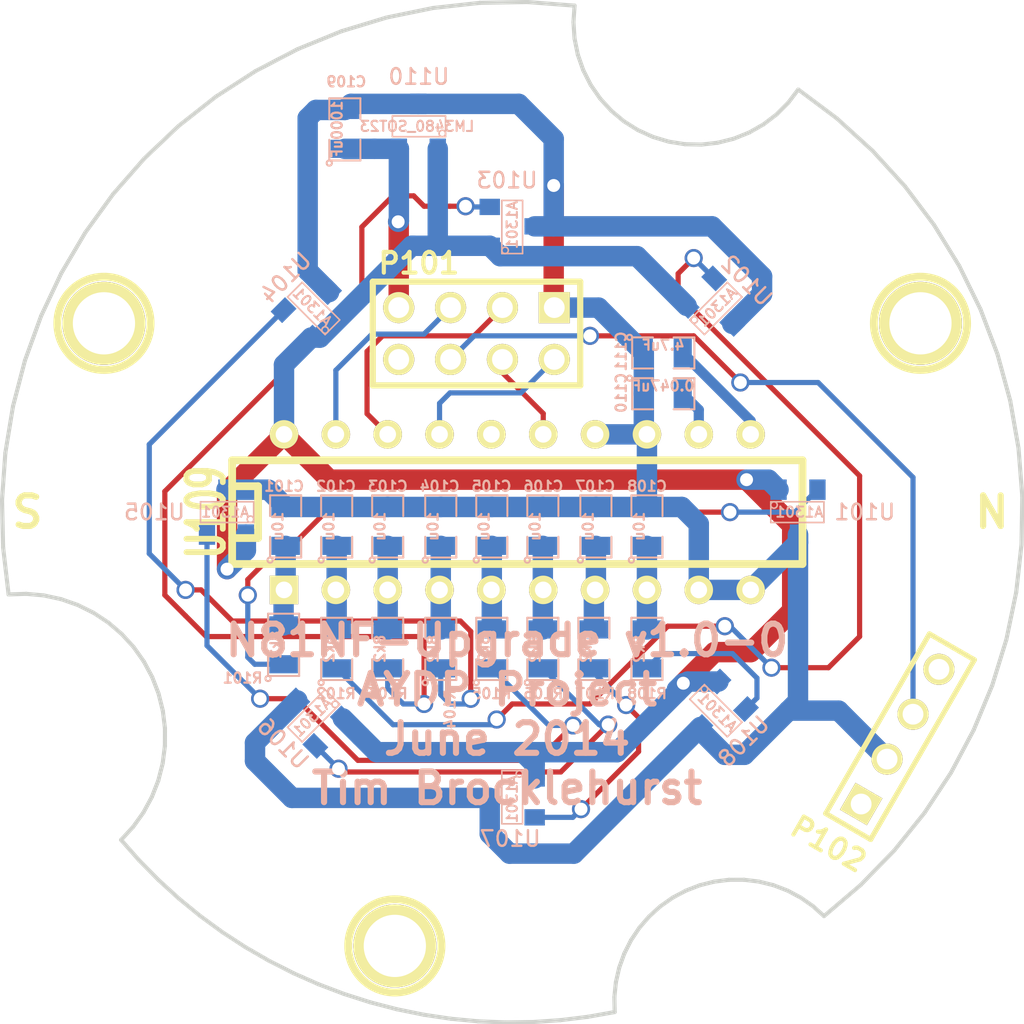
<source format=kicad_pcb>
(kicad_pcb (version 3) (host pcbnew "(2013-dec-23)-stable")

  (general
    (links 67)
    (no_connects 1)
    (area 187.758918 120.199063 237.939864 170.385917)
    (thickness 1.6)
    (drawings 123)
    (tracks 250)
    (zones 0)
    (modules 34)
    (nets 27)
  )

  (page A3)
  (layers
    (15 F.Cu signal)
    (0 B.Cu signal)
    (16 B.Adhes user)
    (17 F.Adhes user)
    (18 B.Paste user)
    (19 F.Paste user)
    (20 B.SilkS user)
    (21 F.SilkS user)
    (22 B.Mask user)
    (23 F.Mask user)
    (24 Dwgs.User user)
    (25 Cmts.User user)
    (26 Eco1.User user)
    (27 Eco2.User user)
    (28 Edge.Cuts user)
  )

  (setup
    (last_trace_width 0.254)
    (user_trace_width 0.254)
    (user_trace_width 0.5)
    (user_trace_width 1)
    (user_trace_width 1.5)
    (trace_clearance 0.254)
    (zone_clearance 0.508)
    (zone_45_only no)
    (trace_min 0.254)
    (segment_width 0.2)
    (edge_width 0.2)
    (via_size 0.889)
    (via_drill 0.635)
    (via_min_size 0.889)
    (via_min_drill 0.508)
    (uvia_size 0.508)
    (uvia_drill 0.127)
    (uvias_allowed no)
    (uvia_min_size 0.508)
    (uvia_min_drill 0.127)
    (pcb_text_width 0.3)
    (pcb_text_size 1.5 1.5)
    (mod_edge_width 0.15)
    (mod_text_size 1 1)
    (mod_text_width 0.15)
    (pad_size 4.064 4.064)
    (pad_drill 2.5)
    (pad_to_mask_clearance 0)
    (aux_axis_origin 0 0)
    (visible_elements FFFF7FBF)
    (pcbplotparams
      (layerselection 271613953)
      (usegerberextensions true)
      (excludeedgelayer true)
      (linewidth 0.150000)
      (plotframeref false)
      (viasonmask false)
      (mode 1)
      (useauxorigin false)
      (hpglpennumber 1)
      (hpglpenspeed 20)
      (hpglpendiameter 15)
      (hpglpenoverlay 2)
      (psnegative false)
      (psa4output false)
      (plotreference true)
      (plotvalue false)
      (plotothertext true)
      (plotinvisibletext false)
      (padsonsilk false)
      (subtractmaskfromsilk false)
      (outputformat 1)
      (mirror false)
      (drillshape 0)
      (scaleselection 1)
      (outputdirectory Gerber/))
  )

  (net 0 "")
  (net 1 /0V)
  (net 2 /5V)
  (net 3 /Hall0)
  (net 4 /Hall1)
  (net 5 /Hall2)
  (net 6 /Hall3)
  (net 7 /Hall4)
  (net 8 /Hall5)
  (net 9 /Hall6)
  (net 10 /Hall7)
  (net 11 /PULSE)
  (net 12 /PWR)
  (net 13 /SD-CLK)
  (net 14 /SD-IN)
  (net 15 /SD-OUT)
  (net 16 /SD-SEL)
  (net 17 N-0000011)
  (net 18 N-0000012)
  (net 19 N-0000014)
  (net 20 N-000002)
  (net 21 N-0000022)
  (net 22 N-0000028)
  (net 23 N-000003)
  (net 24 N-000006)
  (net 25 N-000008)
  (net 26 N-000009)

  (net_class Default "This is the default net class."
    (clearance 0.254)
    (trace_width 0.254)
    (via_dia 0.889)
    (via_drill 0.635)
    (uvia_dia 0.508)
    (uvia_drill 0.127)
    (add_net "")
    (add_net /Hall0)
    (add_net /Hall1)
    (add_net /Hall2)
    (add_net /Hall3)
    (add_net /Hall4)
    (add_net /Hall5)
    (add_net /Hall6)
    (add_net /Hall7)
    (add_net /PULSE)
    (add_net /SD-CLK)
    (add_net /SD-IN)
    (add_net /SD-OUT)
    (add_net /SD-SEL)
    (add_net N-0000011)
    (add_net N-0000012)
    (add_net N-0000014)
    (add_net N-000002)
    (add_net N-0000022)
    (add_net N-0000028)
    (add_net N-000003)
    (add_net N-000006)
    (add_net N-000008)
    (add_net N-000009)
  )

  (net_class POWER ""
    (clearance 0.254)
    (trace_width 1)
    (via_dia 0.889)
    (via_drill 0.635)
    (uvia_dia 0.508)
    (uvia_drill 0.127)
    (add_net /0V)
    (add_net /5V)
    (add_net /PWR)
  )

  (module SOT23 (layer B.Cu) (tedit 5051A6D7) (tstamp 53A6ABA5)
    (at 212.852 159.288 270)
    (tags SOT23)
    (path /53A6A12D)
    (fp_text reference U107 (at 1.99898 0.09906 540) (layer B.SilkS)
      (effects (font (size 0.762 0.762) (thickness 0.11938)) (justify mirror))
    )
    (fp_text value A1301 (at 0.0635 0 270) (layer B.SilkS)
      (effects (font (size 0.50038 0.50038) (thickness 0.09906)) (justify mirror))
    )
    (fp_circle (center -1.17602 -0.35052) (end -1.30048 -0.44958) (layer B.SilkS) (width 0.07874))
    (fp_line (start 1.27 0.508) (end 1.27 -0.508) (layer B.SilkS) (width 0.07874))
    (fp_line (start -1.3335 0.508) (end -1.3335 -0.508) (layer B.SilkS) (width 0.07874))
    (fp_line (start 1.27 -0.508) (end -1.3335 -0.508) (layer B.SilkS) (width 0.07874))
    (fp_line (start -1.3335 0.508) (end 1.27 0.508) (layer B.SilkS) (width 0.07874))
    (pad 3 smd rect (at 0 1.09982 270) (size 0.8001 1.00076)
      (layers B.Cu B.Paste B.Mask)
      (net 1 /0V)
    )
    (pad 2 smd rect (at 0.9525 -1.09982 270) (size 0.8001 1.00076)
      (layers B.Cu B.Paste B.Mask)
      (net 25 N-000008)
    )
    (pad 1 smd rect (at -0.9525 -1.09982 270) (size 0.8001 1.00076)
      (layers B.Cu B.Paste B.Mask)
      (net 2 /5V)
    )
    (model smd\SOT23_3.wrl
      (at (xyz 0 0 0))
      (scale (xyz 0.4 0.4 0.4))
      (rotate (xyz 0 0 180))
    )
  )

  (module SOT23 (layer B.Cu) (tedit 53A6AFD6) (tstamp 53A6ABB1)
    (at 222.852 155.038 315)
    (tags SOT23)
    (path /53A6A133)
    (fp_text reference U108 (at 1.99898 0.09906 585) (layer B.SilkS)
      (effects (font (size 0.762 0.762) (thickness 0.11938)) (justify mirror))
    )
    (fp_text value A1301 (at 0.0635 0 315) (layer B.SilkS)
      (effects (font (size 0.50038 0.50038) (thickness 0.09906)) (justify mirror))
    )
    (fp_circle (center -1.17602 -0.35052) (end -1.30048 -0.44958) (layer B.SilkS) (width 0.07874))
    (fp_line (start 1.27 0.508) (end 1.27 -0.508) (layer B.SilkS) (width 0.07874))
    (fp_line (start -1.3335 0.508) (end -1.3335 -0.508) (layer B.SilkS) (width 0.07874))
    (fp_line (start 1.27 -0.508) (end -1.3335 -0.508) (layer B.SilkS) (width 0.07874))
    (fp_line (start -1.3335 0.508) (end 1.27 0.508) (layer B.SilkS) (width 0.07874))
    (pad 3 smd rect (at 0 1.09982 315) (size 0.8001 1.00076)
      (layers B.Cu B.Paste B.Mask)
      (net 1 /0V)
    )
    (pad 2 smd rect (at 0.9525 -1.09982 315) (size 0.8001 1.00076)
      (layers B.Cu B.Paste B.Mask)
      (net 22 N-0000028)
    )
    (pad 1 smd rect (at -0.9525 -1.09982 315) (size 0.8001 1.00076)
      (layers B.Cu B.Paste B.Mask)
      (net 2 /5V)
    )
    (model smd\SOT23_3.wrl
      (at (xyz 0 0 0))
      (scale (xyz 0.4 0.4 0.4))
      (rotate (xyz 0 0 180))
    )
  )

  (module SOT23 (layer B.Cu) (tedit 5051A6D7) (tstamp 53A6ABBD)
    (at 203.102 155.288 225)
    (tags SOT23)
    (path /53A6A127)
    (fp_text reference U106 (at 1.99898 0.09906 495) (layer B.SilkS)
      (effects (font (size 0.762 0.762) (thickness 0.11938)) (justify mirror))
    )
    (fp_text value A1301 (at 0.0635 0 225) (layer B.SilkS)
      (effects (font (size 0.50038 0.50038) (thickness 0.09906)) (justify mirror))
    )
    (fp_circle (center -1.17602 -0.35052) (end -1.30048 -0.44958) (layer B.SilkS) (width 0.07874))
    (fp_line (start 1.27 0.508) (end 1.27 -0.508) (layer B.SilkS) (width 0.07874))
    (fp_line (start -1.3335 0.508) (end -1.3335 -0.508) (layer B.SilkS) (width 0.07874))
    (fp_line (start 1.27 -0.508) (end -1.3335 -0.508) (layer B.SilkS) (width 0.07874))
    (fp_line (start -1.3335 0.508) (end 1.27 0.508) (layer B.SilkS) (width 0.07874))
    (pad 3 smd rect (at 0 1.09982 225) (size 0.8001 1.00076)
      (layers B.Cu B.Paste B.Mask)
      (net 1 /0V)
    )
    (pad 2 smd rect (at 0.9525 -1.09982 225) (size 0.8001 1.00076)
      (layers B.Cu B.Paste B.Mask)
      (net 23 N-000003)
    )
    (pad 1 smd rect (at -0.9525 -1.09982 225) (size 0.8001 1.00076)
      (layers B.Cu B.Paste B.Mask)
      (net 2 /5V)
    )
    (model smd\SOT23_3.wrl
      (at (xyz 0 0 0))
      (scale (xyz 0.4 0.4 0.4))
      (rotate (xyz 0 0 180))
    )
  )

  (module SOT23 (layer B.Cu) (tedit 53A82678) (tstamp 53A6ABC9)
    (at 198.852 145.288 180)
    (tags SOT23)
    (path /53A6A121)
    (fp_text reference U105 (at 3.526 0 180) (layer B.SilkS)
      (effects (font (size 0.762 0.762) (thickness 0.11938)) (justify mirror))
    )
    (fp_text value A1301 (at 0.0635 0 180) (layer B.SilkS)
      (effects (font (size 0.50038 0.50038) (thickness 0.09906)) (justify mirror))
    )
    (fp_circle (center -1.17602 -0.35052) (end -1.30048 -0.44958) (layer B.SilkS) (width 0.07874))
    (fp_line (start 1.27 0.508) (end 1.27 -0.508) (layer B.SilkS) (width 0.07874))
    (fp_line (start -1.3335 0.508) (end -1.3335 -0.508) (layer B.SilkS) (width 0.07874))
    (fp_line (start 1.27 -0.508) (end -1.3335 -0.508) (layer B.SilkS) (width 0.07874))
    (fp_line (start -1.3335 0.508) (end 1.27 0.508) (layer B.SilkS) (width 0.07874))
    (pad 3 smd rect (at 0 1.09982 180) (size 0.8001 1.00076)
      (layers B.Cu B.Paste B.Mask)
      (net 1 /0V)
    )
    (pad 2 smd rect (at 0.9525 -1.09982 180) (size 0.8001 1.00076)
      (layers B.Cu B.Paste B.Mask)
      (net 24 N-000006)
    )
    (pad 1 smd rect (at -0.9525 -1.09982 180) (size 0.8001 1.00076)
      (layers B.Cu B.Paste B.Mask)
      (net 2 /5V)
    )
    (model smd\SOT23_3.wrl
      (at (xyz 0 0 0))
      (scale (xyz 0.4 0.4 0.4))
      (rotate (xyz 0 0 180))
    )
  )

  (module SOT23 (layer B.Cu) (tedit 5051A6D7) (tstamp 53A6ABD5)
    (at 203.102 135.288 135)
    (tags SOT23)
    (path /53A6A111)
    (fp_text reference U104 (at 1.99898 0.09906 405) (layer B.SilkS)
      (effects (font (size 0.762 0.762) (thickness 0.11938)) (justify mirror))
    )
    (fp_text value A1301 (at 0.0635 0 135) (layer B.SilkS)
      (effects (font (size 0.50038 0.50038) (thickness 0.09906)) (justify mirror))
    )
    (fp_circle (center -1.17602 -0.35052) (end -1.30048 -0.44958) (layer B.SilkS) (width 0.07874))
    (fp_line (start 1.27 0.508) (end 1.27 -0.508) (layer B.SilkS) (width 0.07874))
    (fp_line (start -1.3335 0.508) (end -1.3335 -0.508) (layer B.SilkS) (width 0.07874))
    (fp_line (start 1.27 -0.508) (end -1.3335 -0.508) (layer B.SilkS) (width 0.07874))
    (fp_line (start -1.3335 0.508) (end 1.27 0.508) (layer B.SilkS) (width 0.07874))
    (pad 3 smd rect (at 0 1.09982 135) (size 0.8001 1.00076)
      (layers B.Cu B.Paste B.Mask)
      (net 1 /0V)
    )
    (pad 2 smd rect (at 0.9525 -1.09982 135) (size 0.8001 1.00076)
      (layers B.Cu B.Paste B.Mask)
      (net 20 N-000002)
    )
    (pad 1 smd rect (at -0.9525 -1.09982 135) (size 0.8001 1.00076)
      (layers B.Cu B.Paste B.Mask)
      (net 2 /5V)
    )
    (model smd\SOT23_3.wrl
      (at (xyz 0 0 0))
      (scale (xyz 0.4 0.4 0.4))
      (rotate (xyz 0 0 180))
    )
  )

  (module SOT23 (layer B.Cu) (tedit 53A82662) (tstamp 53A6ABE1)
    (at 212.852 131.288 90)
    (tags SOT23)
    (path /53A6A101)
    (fp_text reference U103 (at 2.256 -0.254 360) (layer B.SilkS)
      (effects (font (size 0.762 0.762) (thickness 0.11938)) (justify mirror))
    )
    (fp_text value A1301 (at 0.0635 0 90) (layer B.SilkS)
      (effects (font (size 0.50038 0.50038) (thickness 0.09906)) (justify mirror))
    )
    (fp_circle (center -1.17602 -0.35052) (end -1.30048 -0.44958) (layer B.SilkS) (width 0.07874))
    (fp_line (start 1.27 0.508) (end 1.27 -0.508) (layer B.SilkS) (width 0.07874))
    (fp_line (start -1.3335 0.508) (end -1.3335 -0.508) (layer B.SilkS) (width 0.07874))
    (fp_line (start 1.27 -0.508) (end -1.3335 -0.508) (layer B.SilkS) (width 0.07874))
    (fp_line (start -1.3335 0.508) (end 1.27 0.508) (layer B.SilkS) (width 0.07874))
    (pad 3 smd rect (at 0 1.09982 90) (size 0.8001 1.00076)
      (layers B.Cu B.Paste B.Mask)
      (net 1 /0V)
    )
    (pad 2 smd rect (at 0.9525 -1.09982 90) (size 0.8001 1.00076)
      (layers B.Cu B.Paste B.Mask)
      (net 18 N-0000012)
    )
    (pad 1 smd rect (at -0.9525 -1.09982 90) (size 0.8001 1.00076)
      (layers B.Cu B.Paste B.Mask)
      (net 2 /5V)
    )
    (model smd\SOT23_3.wrl
      (at (xyz 0 0 0))
      (scale (xyz 0.4 0.4 0.4))
      (rotate (xyz 0 0 180))
    )
  )

  (module SOT23 (layer B.Cu) (tedit 5051A6D7) (tstamp 53A6ABED)
    (at 222.852 135.288 45)
    (tags SOT23)
    (path /53A6A0FB)
    (fp_text reference U102 (at 1.99898 0.09906 315) (layer B.SilkS)
      (effects (font (size 0.762 0.762) (thickness 0.11938)) (justify mirror))
    )
    (fp_text value A1301 (at 0.0635 0 45) (layer B.SilkS)
      (effects (font (size 0.50038 0.50038) (thickness 0.09906)) (justify mirror))
    )
    (fp_circle (center -1.17602 -0.35052) (end -1.30048 -0.44958) (layer B.SilkS) (width 0.07874))
    (fp_line (start 1.27 0.508) (end 1.27 -0.508) (layer B.SilkS) (width 0.07874))
    (fp_line (start -1.3335 0.508) (end -1.3335 -0.508) (layer B.SilkS) (width 0.07874))
    (fp_line (start 1.27 -0.508) (end -1.3335 -0.508) (layer B.SilkS) (width 0.07874))
    (fp_line (start -1.3335 0.508) (end 1.27 0.508) (layer B.SilkS) (width 0.07874))
    (pad 3 smd rect (at 0 1.09982 45) (size 0.8001 1.00076)
      (layers B.Cu B.Paste B.Mask)
      (net 1 /0V)
    )
    (pad 2 smd rect (at 0.9525 -1.09982 45) (size 0.8001 1.00076)
      (layers B.Cu B.Paste B.Mask)
      (net 26 N-000009)
    )
    (pad 1 smd rect (at -0.9525 -1.09982 45) (size 0.8001 1.00076)
      (layers B.Cu B.Paste B.Mask)
      (net 2 /5V)
    )
    (model smd\SOT23_3.wrl
      (at (xyz 0 0 0))
      (scale (xyz 0.4 0.4 0.4))
      (rotate (xyz 0 0 180))
    )
  )

  (module SOT23 (layer B.Cu) (tedit 53A82673) (tstamp 53A6ABF9)
    (at 226.852 145.288)
    (tags SOT23)
    (path /53A6A0EE)
    (fp_text reference U101 (at 3.272 0) (layer B.SilkS)
      (effects (font (size 0.762 0.762) (thickness 0.11938)) (justify mirror))
    )
    (fp_text value A1301 (at 0.0635 0) (layer B.SilkS)
      (effects (font (size 0.50038 0.50038) (thickness 0.09906)) (justify mirror))
    )
    (fp_circle (center -1.17602 -0.35052) (end -1.30048 -0.44958) (layer B.SilkS) (width 0.07874))
    (fp_line (start 1.27 0.508) (end 1.27 -0.508) (layer B.SilkS) (width 0.07874))
    (fp_line (start -1.3335 0.508) (end -1.3335 -0.508) (layer B.SilkS) (width 0.07874))
    (fp_line (start 1.27 -0.508) (end -1.3335 -0.508) (layer B.SilkS) (width 0.07874))
    (fp_line (start -1.3335 0.508) (end 1.27 0.508) (layer B.SilkS) (width 0.07874))
    (pad 3 smd rect (at 0 1.09982) (size 0.8001 1.00076)
      (layers B.Cu B.Paste B.Mask)
      (net 1 /0V)
    )
    (pad 2 smd rect (at 0.9525 -1.09982) (size 0.8001 1.00076)
      (layers B.Cu B.Paste B.Mask)
      (net 17 N-0000011)
    )
    (pad 1 smd rect (at -0.9525 -1.09982) (size 0.8001 1.00076)
      (layers B.Cu B.Paste B.Mask)
      (net 2 /5V)
    )
    (model smd\SOT23_3.wrl
      (at (xyz 0 0 0))
      (scale (xyz 0.4 0.4 0.4))
      (rotate (xyz 0 0 180))
    )
  )

  (module SM0805 (layer B.Cu) (tedit 53A826E8) (tstamp 53A6AC06)
    (at 220.252 139.488)
    (path /53A6ADF9)
    (attr smd)
    (fp_text reference C110 (at -2.066 -0.042 90) (layer B.SilkS)
      (effects (font (size 0.50038 0.50038) (thickness 0.10922)) (justify mirror))
    )
    (fp_text value 0.047uF (at 0 -0.381) (layer B.SilkS)
      (effects (font (size 0.50038 0.50038) (thickness 0.10922)) (justify mirror))
    )
    (fp_circle (center -1.651 -0.762) (end -1.651 -0.635) (layer B.SilkS) (width 0.09906))
    (fp_line (start -0.508 -0.762) (end -1.524 -0.762) (layer B.SilkS) (width 0.09906))
    (fp_line (start -1.524 -0.762) (end -1.524 0.762) (layer B.SilkS) (width 0.09906))
    (fp_line (start -1.524 0.762) (end -0.508 0.762) (layer B.SilkS) (width 0.09906))
    (fp_line (start 0.508 0.762) (end 1.524 0.762) (layer B.SilkS) (width 0.09906))
    (fp_line (start 1.524 0.762) (end 1.524 -0.762) (layer B.SilkS) (width 0.09906))
    (fp_line (start 1.524 -0.762) (end 0.508 -0.762) (layer B.SilkS) (width 0.09906))
    (pad 1 smd rect (at -0.9525 0) (size 0.889 1.397)
      (layers B.Cu B.Paste B.Mask)
      (net 1 /0V)
    )
    (pad 2 smd rect (at 0.9525 0) (size 0.889 1.397)
      (layers B.Cu B.Paste B.Mask)
      (net 19 N-0000014)
    )
    (model smd/chip_cms.wrl
      (at (xyz 0 0 0))
      (scale (xyz 0.1 0.1 0.1))
      (rotate (xyz 0 0 0))
    )
  )

  (module SM0805 (layer B.Cu) (tedit 53A826C9) (tstamp 53A6AC13)
    (at 206.752 151.988 90)
    (path /53A6A6B1)
    (attr smd)
    (fp_text reference R103 (at -2.19 0.004 180) (layer B.SilkS)
      (effects (font (size 0.50038 0.50038) (thickness 0.10922)) (justify mirror))
    )
    (fp_text value 8k2 (at 0 -0.381 90) (layer B.SilkS)
      (effects (font (size 0.50038 0.50038) (thickness 0.10922)) (justify mirror))
    )
    (fp_circle (center -1.651 -0.762) (end -1.651 -0.635) (layer B.SilkS) (width 0.09906))
    (fp_line (start -0.508 -0.762) (end -1.524 -0.762) (layer B.SilkS) (width 0.09906))
    (fp_line (start -1.524 -0.762) (end -1.524 0.762) (layer B.SilkS) (width 0.09906))
    (fp_line (start -1.524 0.762) (end -0.508 0.762) (layer B.SilkS) (width 0.09906))
    (fp_line (start 0.508 0.762) (end 1.524 0.762) (layer B.SilkS) (width 0.09906))
    (fp_line (start 1.524 0.762) (end 1.524 -0.762) (layer B.SilkS) (width 0.09906))
    (fp_line (start 1.524 -0.762) (end 0.508 -0.762) (layer B.SilkS) (width 0.09906))
    (pad 1 smd rect (at -0.9525 0 90) (size 0.889 1.397)
      (layers B.Cu B.Paste B.Mask)
      (net 18 N-0000012)
    )
    (pad 2 smd rect (at 0.9525 0 90) (size 0.889 1.397)
      (layers B.Cu B.Paste B.Mask)
      (net 5 /Hall2)
    )
    (model smd/chip_cms.wrl
      (at (xyz 0 0 0))
      (scale (xyz 0.1 0.1 0.1))
      (rotate (xyz 0 0 0))
    )
  )

  (module SM0805 (layer B.Cu) (tedit 53A826E4) (tstamp 53A6AC20)
    (at 220.252 137.488)
    (path /53A6AE08)
    (attr smd)
    (fp_text reference C111 (at -2.066 -0.074 90) (layer B.SilkS)
      (effects (font (size 0.50038 0.50038) (thickness 0.10922)) (justify mirror))
    )
    (fp_text value 4.7uF (at 0 -0.381) (layer B.SilkS)
      (effects (font (size 0.50038 0.50038) (thickness 0.10922)) (justify mirror))
    )
    (fp_circle (center -1.651 -0.762) (end -1.651 -0.635) (layer B.SilkS) (width 0.09906))
    (fp_line (start -0.508 -0.762) (end -1.524 -0.762) (layer B.SilkS) (width 0.09906))
    (fp_line (start -1.524 -0.762) (end -1.524 0.762) (layer B.SilkS) (width 0.09906))
    (fp_line (start -1.524 0.762) (end -0.508 0.762) (layer B.SilkS) (width 0.09906))
    (fp_line (start 0.508 0.762) (end 1.524 0.762) (layer B.SilkS) (width 0.09906))
    (fp_line (start 1.524 0.762) (end 1.524 -0.762) (layer B.SilkS) (width 0.09906))
    (fp_line (start 1.524 -0.762) (end 0.508 -0.762) (layer B.SilkS) (width 0.09906))
    (pad 1 smd rect (at -0.9525 0) (size 0.889 1.397)
      (layers B.Cu B.Paste B.Mask)
      (net 1 /0V)
    )
    (pad 2 smd rect (at 0.9525 0) (size 0.889 1.397)
      (layers B.Cu B.Paste B.Mask)
      (net 21 N-0000022)
    )
    (model smd/chip_cms.wrl
      (at (xyz 0 0 0))
      (scale (xyz 0.1 0.1 0.1))
      (rotate (xyz 0 0 0))
    )
  )

  (module SM0805 (layer B.Cu) (tedit 53A826AD) (tstamp 53A6AC2D)
    (at 219.452 151.988 90)
    (path /53A6A701)
    (attr smd)
    (fp_text reference R108 (at -2.19 0.004 180) (layer B.SilkS)
      (effects (font (size 0.50038 0.50038) (thickness 0.10922)) (justify mirror))
    )
    (fp_text value 8k2 (at 0 -0.381 90) (layer B.SilkS)
      (effects (font (size 0.50038 0.50038) (thickness 0.10922)) (justify mirror))
    )
    (fp_circle (center -1.651 -0.762) (end -1.651 -0.635) (layer B.SilkS) (width 0.09906))
    (fp_line (start -0.508 -0.762) (end -1.524 -0.762) (layer B.SilkS) (width 0.09906))
    (fp_line (start -1.524 -0.762) (end -1.524 0.762) (layer B.SilkS) (width 0.09906))
    (fp_line (start -1.524 0.762) (end -0.508 0.762) (layer B.SilkS) (width 0.09906))
    (fp_line (start 0.508 0.762) (end 1.524 0.762) (layer B.SilkS) (width 0.09906))
    (fp_line (start 1.524 0.762) (end 1.524 -0.762) (layer B.SilkS) (width 0.09906))
    (fp_line (start 1.524 -0.762) (end 0.508 -0.762) (layer B.SilkS) (width 0.09906))
    (pad 1 smd rect (at -0.9525 0 90) (size 0.889 1.397)
      (layers B.Cu B.Paste B.Mask)
      (net 22 N-0000028)
    )
    (pad 2 smd rect (at 0.9525 0 90) (size 0.889 1.397)
      (layers B.Cu B.Paste B.Mask)
      (net 10 /Hall7)
    )
    (model smd/chip_cms.wrl
      (at (xyz 0 0 0))
      (scale (xyz 0.1 0.1 0.1))
      (rotate (xyz 0 0 0))
    )
  )

  (module SM0805 (layer B.Cu) (tedit 53A826A7) (tstamp 53A6AC3A)
    (at 219.452 145.988 90)
    (path /53A6A6FB)
    (attr smd)
    (fp_text reference C108 (at 1.97 0.004 180) (layer B.SilkS)
      (effects (font (size 0.50038 0.50038) (thickness 0.10922)) (justify mirror))
    )
    (fp_text value 10u (at 0 -0.381 90) (layer B.SilkS)
      (effects (font (size 0.50038 0.50038) (thickness 0.10922)) (justify mirror))
    )
    (fp_circle (center -1.651 -0.762) (end -1.651 -0.635) (layer B.SilkS) (width 0.09906))
    (fp_line (start -0.508 -0.762) (end -1.524 -0.762) (layer B.SilkS) (width 0.09906))
    (fp_line (start -1.524 -0.762) (end -1.524 0.762) (layer B.SilkS) (width 0.09906))
    (fp_line (start -1.524 0.762) (end -0.508 0.762) (layer B.SilkS) (width 0.09906))
    (fp_line (start 0.508 0.762) (end 1.524 0.762) (layer B.SilkS) (width 0.09906))
    (fp_line (start 1.524 0.762) (end 1.524 -0.762) (layer B.SilkS) (width 0.09906))
    (fp_line (start 1.524 -0.762) (end 0.508 -0.762) (layer B.SilkS) (width 0.09906))
    (pad 1 smd rect (at -0.9525 0 90) (size 0.889 1.397)
      (layers B.Cu B.Paste B.Mask)
      (net 10 /Hall7)
    )
    (pad 2 smd rect (at 0.9525 0 90) (size 0.889 1.397)
      (layers B.Cu B.Paste B.Mask)
      (net 1 /0V)
    )
    (model smd/chip_cms.wrl
      (at (xyz 0 0 0))
      (scale (xyz 0.1 0.1 0.1))
      (rotate (xyz 0 0 0))
    )
  )

  (module SM0805 (layer B.Cu) (tedit 53A826B2) (tstamp 53A6AC47)
    (at 216.852 151.988 90)
    (path /53A6A6F1)
    (attr smd)
    (fp_text reference R107 (at -2.19 0.064 180) (layer B.SilkS)
      (effects (font (size 0.50038 0.50038) (thickness 0.10922)) (justify mirror))
    )
    (fp_text value 8k2 (at 0 -0.381 90) (layer B.SilkS)
      (effects (font (size 0.50038 0.50038) (thickness 0.10922)) (justify mirror))
    )
    (fp_circle (center -1.651 -0.762) (end -1.651 -0.635) (layer B.SilkS) (width 0.09906))
    (fp_line (start -0.508 -0.762) (end -1.524 -0.762) (layer B.SilkS) (width 0.09906))
    (fp_line (start -1.524 -0.762) (end -1.524 0.762) (layer B.SilkS) (width 0.09906))
    (fp_line (start -1.524 0.762) (end -0.508 0.762) (layer B.SilkS) (width 0.09906))
    (fp_line (start 0.508 0.762) (end 1.524 0.762) (layer B.SilkS) (width 0.09906))
    (fp_line (start 1.524 0.762) (end 1.524 -0.762) (layer B.SilkS) (width 0.09906))
    (fp_line (start 1.524 -0.762) (end 0.508 -0.762) (layer B.SilkS) (width 0.09906))
    (pad 1 smd rect (at -0.9525 0 90) (size 0.889 1.397)
      (layers B.Cu B.Paste B.Mask)
      (net 25 N-000008)
    )
    (pad 2 smd rect (at 0.9525 0 90) (size 0.889 1.397)
      (layers B.Cu B.Paste B.Mask)
      (net 9 /Hall6)
    )
    (model smd/chip_cms.wrl
      (at (xyz 0 0 0))
      (scale (xyz 0.1 0.1 0.1))
      (rotate (xyz 0 0 0))
    )
  )

  (module SM0805 (layer B.Cu) (tedit 53A826A3) (tstamp 53A6AC54)
    (at 216.952 145.988 90)
    (path /53A6A6EB)
    (attr smd)
    (fp_text reference C107 (at 1.97 -0.036 180) (layer B.SilkS)
      (effects (font (size 0.50038 0.50038) (thickness 0.10922)) (justify mirror))
    )
    (fp_text value 10u (at 0 -0.381 90) (layer B.SilkS)
      (effects (font (size 0.50038 0.50038) (thickness 0.10922)) (justify mirror))
    )
    (fp_circle (center -1.651 -0.762) (end -1.651 -0.635) (layer B.SilkS) (width 0.09906))
    (fp_line (start -0.508 -0.762) (end -1.524 -0.762) (layer B.SilkS) (width 0.09906))
    (fp_line (start -1.524 -0.762) (end -1.524 0.762) (layer B.SilkS) (width 0.09906))
    (fp_line (start -1.524 0.762) (end -0.508 0.762) (layer B.SilkS) (width 0.09906))
    (fp_line (start 0.508 0.762) (end 1.524 0.762) (layer B.SilkS) (width 0.09906))
    (fp_line (start 1.524 0.762) (end 1.524 -0.762) (layer B.SilkS) (width 0.09906))
    (fp_line (start 1.524 -0.762) (end 0.508 -0.762) (layer B.SilkS) (width 0.09906))
    (pad 1 smd rect (at -0.9525 0 90) (size 0.889 1.397)
      (layers B.Cu B.Paste B.Mask)
      (net 9 /Hall6)
    )
    (pad 2 smd rect (at 0.9525 0 90) (size 0.889 1.397)
      (layers B.Cu B.Paste B.Mask)
      (net 1 /0V)
    )
    (model smd/chip_cms.wrl
      (at (xyz 0 0 0))
      (scale (xyz 0.1 0.1 0.1))
      (rotate (xyz 0 0 0))
    )
  )

  (module SM0805 (layer B.Cu) (tedit 53A826BD) (tstamp 53A6AC61)
    (at 211.852 151.988 90)
    (path /53A6A6E1)
    (attr smd)
    (fp_text reference R105 (at -2.19 -0.016 180) (layer B.SilkS)
      (effects (font (size 0.50038 0.50038) (thickness 0.10922)) (justify mirror))
    )
    (fp_text value 8k2 (at 0 -0.381 90) (layer B.SilkS)
      (effects (font (size 0.50038 0.50038) (thickness 0.10922)) (justify mirror))
    )
    (fp_circle (center -1.651 -0.762) (end -1.651 -0.635) (layer B.SilkS) (width 0.09906))
    (fp_line (start -0.508 -0.762) (end -1.524 -0.762) (layer B.SilkS) (width 0.09906))
    (fp_line (start -1.524 -0.762) (end -1.524 0.762) (layer B.SilkS) (width 0.09906))
    (fp_line (start -1.524 0.762) (end -0.508 0.762) (layer B.SilkS) (width 0.09906))
    (fp_line (start 0.508 0.762) (end 1.524 0.762) (layer B.SilkS) (width 0.09906))
    (fp_line (start 1.524 0.762) (end 1.524 -0.762) (layer B.SilkS) (width 0.09906))
    (fp_line (start 1.524 -0.762) (end 0.508 -0.762) (layer B.SilkS) (width 0.09906))
    (pad 1 smd rect (at -0.9525 0 90) (size 0.889 1.397)
      (layers B.Cu B.Paste B.Mask)
      (net 24 N-000006)
    )
    (pad 2 smd rect (at 0.9525 0 90) (size 0.889 1.397)
      (layers B.Cu B.Paste B.Mask)
      (net 7 /Hall4)
    )
    (model smd/chip_cms.wrl
      (at (xyz 0 0 0))
      (scale (xyz 0.1 0.1 0.1))
      (rotate (xyz 0 0 0))
    )
  )

  (module SM0805 (layer B.Cu) (tedit 53A8269B) (tstamp 53A6AC6E)
    (at 211.852 145.988 90)
    (path /53A6A6DB)
    (attr smd)
    (fp_text reference C105 (at 1.97 -0.016 180) (layer B.SilkS)
      (effects (font (size 0.50038 0.50038) (thickness 0.10922)) (justify mirror))
    )
    (fp_text value 10u (at 0 -0.381 90) (layer B.SilkS)
      (effects (font (size 0.50038 0.50038) (thickness 0.10922)) (justify mirror))
    )
    (fp_circle (center -1.651 -0.762) (end -1.651 -0.635) (layer B.SilkS) (width 0.09906))
    (fp_line (start -0.508 -0.762) (end -1.524 -0.762) (layer B.SilkS) (width 0.09906))
    (fp_line (start -1.524 -0.762) (end -1.524 0.762) (layer B.SilkS) (width 0.09906))
    (fp_line (start -1.524 0.762) (end -0.508 0.762) (layer B.SilkS) (width 0.09906))
    (fp_line (start 0.508 0.762) (end 1.524 0.762) (layer B.SilkS) (width 0.09906))
    (fp_line (start 1.524 0.762) (end 1.524 -0.762) (layer B.SilkS) (width 0.09906))
    (fp_line (start 1.524 -0.762) (end 0.508 -0.762) (layer B.SilkS) (width 0.09906))
    (pad 1 smd rect (at -0.9525 0 90) (size 0.889 1.397)
      (layers B.Cu B.Paste B.Mask)
      (net 7 /Hall4)
    )
    (pad 2 smd rect (at 0.9525 0 90) (size 0.889 1.397)
      (layers B.Cu B.Paste B.Mask)
      (net 1 /0V)
    )
    (model smd/chip_cms.wrl
      (at (xyz 0 0 0))
      (scale (xyz 0.1 0.1 0.1))
      (rotate (xyz 0 0 0))
    )
  )

  (module SM0805 (layer B.Cu) (tedit 53A826B5) (tstamp 53A6AC7B)
    (at 214.352 151.988 90)
    (path /53A6A6D1)
    (attr smd)
    (fp_text reference R106 (at -2.19 0.024 180) (layer B.SilkS)
      (effects (font (size 0.50038 0.50038) (thickness 0.10922)) (justify mirror))
    )
    (fp_text value 8k2 (at 0 -0.381 90) (layer B.SilkS)
      (effects (font (size 0.50038 0.50038) (thickness 0.10922)) (justify mirror))
    )
    (fp_circle (center -1.651 -0.762) (end -1.651 -0.635) (layer B.SilkS) (width 0.09906))
    (fp_line (start -0.508 -0.762) (end -1.524 -0.762) (layer B.SilkS) (width 0.09906))
    (fp_line (start -1.524 -0.762) (end -1.524 0.762) (layer B.SilkS) (width 0.09906))
    (fp_line (start -1.524 0.762) (end -0.508 0.762) (layer B.SilkS) (width 0.09906))
    (fp_line (start 0.508 0.762) (end 1.524 0.762) (layer B.SilkS) (width 0.09906))
    (fp_line (start 1.524 0.762) (end 1.524 -0.762) (layer B.SilkS) (width 0.09906))
    (fp_line (start 1.524 -0.762) (end 0.508 -0.762) (layer B.SilkS) (width 0.09906))
    (pad 1 smd rect (at -0.9525 0 90) (size 0.889 1.397)
      (layers B.Cu B.Paste B.Mask)
      (net 23 N-000003)
    )
    (pad 2 smd rect (at 0.9525 0 90) (size 0.889 1.397)
      (layers B.Cu B.Paste B.Mask)
      (net 8 /Hall5)
    )
    (model smd/chip_cms.wrl
      (at (xyz 0 0 0))
      (scale (xyz 0.1 0.1 0.1))
      (rotate (xyz 0 0 0))
    )
  )

  (module SM0805 (layer B.Cu) (tedit 53A8269F) (tstamp 53A6AC88)
    (at 214.352 145.988 90)
    (path /53A6A6CB)
    (attr smd)
    (fp_text reference C106 (at 1.97 0.024 180) (layer B.SilkS)
      (effects (font (size 0.50038 0.50038) (thickness 0.10922)) (justify mirror))
    )
    (fp_text value 10u (at 0 -0.381 90) (layer B.SilkS)
      (effects (font (size 0.50038 0.50038) (thickness 0.10922)) (justify mirror))
    )
    (fp_circle (center -1.651 -0.762) (end -1.651 -0.635) (layer B.SilkS) (width 0.09906))
    (fp_line (start -0.508 -0.762) (end -1.524 -0.762) (layer B.SilkS) (width 0.09906))
    (fp_line (start -1.524 -0.762) (end -1.524 0.762) (layer B.SilkS) (width 0.09906))
    (fp_line (start -1.524 0.762) (end -0.508 0.762) (layer B.SilkS) (width 0.09906))
    (fp_line (start 0.508 0.762) (end 1.524 0.762) (layer B.SilkS) (width 0.09906))
    (fp_line (start 1.524 0.762) (end 1.524 -0.762) (layer B.SilkS) (width 0.09906))
    (fp_line (start 1.524 -0.762) (end 0.508 -0.762) (layer B.SilkS) (width 0.09906))
    (pad 1 smd rect (at -0.9525 0 90) (size 0.889 1.397)
      (layers B.Cu B.Paste B.Mask)
      (net 8 /Hall5)
    )
    (pad 2 smd rect (at 0.9525 0 90) (size 0.889 1.397)
      (layers B.Cu B.Paste B.Mask)
      (net 1 /0V)
    )
    (model smd/chip_cms.wrl
      (at (xyz 0 0 0))
      (scale (xyz 0.1 0.1 0.1))
      (rotate (xyz 0 0 0))
    )
  )

  (module SM0805 (layer B.Cu) (tedit 53A826C4) (tstamp 53A6AC95)
    (at 209.352 151.988 90)
    (path /53A6A6C1)
    (attr smd)
    (fp_text reference R104 (at -2.952 0.452 90) (layer B.SilkS)
      (effects (font (size 0.50038 0.50038) (thickness 0.10922)) (justify mirror))
    )
    (fp_text value 8k2 (at 0 -0.381 90) (layer B.SilkS)
      (effects (font (size 0.50038 0.50038) (thickness 0.10922)) (justify mirror))
    )
    (fp_circle (center -1.651 -0.762) (end -1.651 -0.635) (layer B.SilkS) (width 0.09906))
    (fp_line (start -0.508 -0.762) (end -1.524 -0.762) (layer B.SilkS) (width 0.09906))
    (fp_line (start -1.524 -0.762) (end -1.524 0.762) (layer B.SilkS) (width 0.09906))
    (fp_line (start -1.524 0.762) (end -0.508 0.762) (layer B.SilkS) (width 0.09906))
    (fp_line (start 0.508 0.762) (end 1.524 0.762) (layer B.SilkS) (width 0.09906))
    (fp_line (start 1.524 0.762) (end 1.524 -0.762) (layer B.SilkS) (width 0.09906))
    (fp_line (start 1.524 -0.762) (end 0.508 -0.762) (layer B.SilkS) (width 0.09906))
    (pad 1 smd rect (at -0.9525 0 90) (size 0.889 1.397)
      (layers B.Cu B.Paste B.Mask)
      (net 20 N-000002)
    )
    (pad 2 smd rect (at 0.9525 0 90) (size 0.889 1.397)
      (layers B.Cu B.Paste B.Mask)
      (net 6 /Hall3)
    )
    (model smd/chip_cms.wrl
      (at (xyz 0 0 0))
      (scale (xyz 0.1 0.1 0.1))
      (rotate (xyz 0 0 0))
    )
  )

  (module SM0805 (layer B.Cu) (tedit 53A82694) (tstamp 53A6ACA2)
    (at 209.352 145.988 90)
    (path /53A6A6BB)
    (attr smd)
    (fp_text reference C104 (at 1.97 -0.056 180) (layer B.SilkS)
      (effects (font (size 0.50038 0.50038) (thickness 0.10922)) (justify mirror))
    )
    (fp_text value 10u (at 0 -0.381 90) (layer B.SilkS)
      (effects (font (size 0.50038 0.50038) (thickness 0.10922)) (justify mirror))
    )
    (fp_circle (center -1.651 -0.762) (end -1.651 -0.635) (layer B.SilkS) (width 0.09906))
    (fp_line (start -0.508 -0.762) (end -1.524 -0.762) (layer B.SilkS) (width 0.09906))
    (fp_line (start -1.524 -0.762) (end -1.524 0.762) (layer B.SilkS) (width 0.09906))
    (fp_line (start -1.524 0.762) (end -0.508 0.762) (layer B.SilkS) (width 0.09906))
    (fp_line (start 0.508 0.762) (end 1.524 0.762) (layer B.SilkS) (width 0.09906))
    (fp_line (start 1.524 0.762) (end 1.524 -0.762) (layer B.SilkS) (width 0.09906))
    (fp_line (start 1.524 -0.762) (end 0.508 -0.762) (layer B.SilkS) (width 0.09906))
    (pad 1 smd rect (at -0.9525 0 90) (size 0.889 1.397)
      (layers B.Cu B.Paste B.Mask)
      (net 6 /Hall3)
    )
    (pad 2 smd rect (at 0.9525 0 90) (size 0.889 1.397)
      (layers B.Cu B.Paste B.Mask)
      (net 1 /0V)
    )
    (model smd/chip_cms.wrl
      (at (xyz 0 0 0))
      (scale (xyz 0.1 0.1 0.1))
      (rotate (xyz 0 0 0))
    )
  )

  (module SM0805 (layer B.Cu) (tedit 53A8268E) (tstamp 53A6ACAF)
    (at 206.752 145.988 90)
    (path /53A6A6AB)
    (attr smd)
    (fp_text reference C103 (at 1.97 0.004 180) (layer B.SilkS)
      (effects (font (size 0.50038 0.50038) (thickness 0.10922)) (justify mirror))
    )
    (fp_text value 10u (at 0 -0.381 90) (layer B.SilkS)
      (effects (font (size 0.50038 0.50038) (thickness 0.10922)) (justify mirror))
    )
    (fp_circle (center -1.651 -0.762) (end -1.651 -0.635) (layer B.SilkS) (width 0.09906))
    (fp_line (start -0.508 -0.762) (end -1.524 -0.762) (layer B.SilkS) (width 0.09906))
    (fp_line (start -1.524 -0.762) (end -1.524 0.762) (layer B.SilkS) (width 0.09906))
    (fp_line (start -1.524 0.762) (end -0.508 0.762) (layer B.SilkS) (width 0.09906))
    (fp_line (start 0.508 0.762) (end 1.524 0.762) (layer B.SilkS) (width 0.09906))
    (fp_line (start 1.524 0.762) (end 1.524 -0.762) (layer B.SilkS) (width 0.09906))
    (fp_line (start 1.524 -0.762) (end 0.508 -0.762) (layer B.SilkS) (width 0.09906))
    (pad 1 smd rect (at -0.9525 0 90) (size 0.889 1.397)
      (layers B.Cu B.Paste B.Mask)
      (net 5 /Hall2)
    )
    (pad 2 smd rect (at 0.9525 0 90) (size 0.889 1.397)
      (layers B.Cu B.Paste B.Mask)
      (net 1 /0V)
    )
    (model smd/chip_cms.wrl
      (at (xyz 0 0 0))
      (scale (xyz 0.1 0.1 0.1))
      (rotate (xyz 0 0 0))
    )
  )

  (module SM0805 (layer B.Cu) (tedit 53A826D6) (tstamp 53A6ACBC)
    (at 201.652 151.788 90)
    (path /53A6A6A1)
    (attr smd)
    (fp_text reference R101 (at -1.628 -2.008 180) (layer B.SilkS)
      (effects (font (size 0.50038 0.50038) (thickness 0.10922)) (justify mirror))
    )
    (fp_text value 8k2 (at 0 -0.381 90) (layer B.SilkS)
      (effects (font (size 0.50038 0.50038) (thickness 0.10922)) (justify mirror))
    )
    (fp_circle (center -1.651 -0.762) (end -1.651 -0.635) (layer B.SilkS) (width 0.09906))
    (fp_line (start -0.508 -0.762) (end -1.524 -0.762) (layer B.SilkS) (width 0.09906))
    (fp_line (start -1.524 -0.762) (end -1.524 0.762) (layer B.SilkS) (width 0.09906))
    (fp_line (start -1.524 0.762) (end -0.508 0.762) (layer B.SilkS) (width 0.09906))
    (fp_line (start 0.508 0.762) (end 1.524 0.762) (layer B.SilkS) (width 0.09906))
    (fp_line (start 1.524 0.762) (end 1.524 -0.762) (layer B.SilkS) (width 0.09906))
    (fp_line (start 1.524 -0.762) (end 0.508 -0.762) (layer B.SilkS) (width 0.09906))
    (pad 1 smd rect (at -0.9525 0 90) (size 0.889 1.397)
      (layers B.Cu B.Paste B.Mask)
      (net 17 N-0000011)
    )
    (pad 2 smd rect (at 0.9525 0 90) (size 0.889 1.397)
      (layers B.Cu B.Paste B.Mask)
      (net 3 /Hall0)
    )
    (model smd/chip_cms.wrl
      (at (xyz 0 0 0))
      (scale (xyz 0.1 0.1 0.1))
      (rotate (xyz 0 0 0))
    )
  )

  (module SM0805 (layer B.Cu) (tedit 53A82684) (tstamp 53A6ACC9)
    (at 201.752 145.988 90)
    (path /53A6A69B)
    (attr smd)
    (fp_text reference C101 (at 1.97 -0.076 180) (layer B.SilkS)
      (effects (font (size 0.50038 0.50038) (thickness 0.10922)) (justify mirror))
    )
    (fp_text value 10u (at 0 -0.381 90) (layer B.SilkS)
      (effects (font (size 0.50038 0.50038) (thickness 0.10922)) (justify mirror))
    )
    (fp_circle (center -1.651 -0.762) (end -1.651 -0.635) (layer B.SilkS) (width 0.09906))
    (fp_line (start -0.508 -0.762) (end -1.524 -0.762) (layer B.SilkS) (width 0.09906))
    (fp_line (start -1.524 -0.762) (end -1.524 0.762) (layer B.SilkS) (width 0.09906))
    (fp_line (start -1.524 0.762) (end -0.508 0.762) (layer B.SilkS) (width 0.09906))
    (fp_line (start 0.508 0.762) (end 1.524 0.762) (layer B.SilkS) (width 0.09906))
    (fp_line (start 1.524 0.762) (end 1.524 -0.762) (layer B.SilkS) (width 0.09906))
    (fp_line (start 1.524 -0.762) (end 0.508 -0.762) (layer B.SilkS) (width 0.09906))
    (pad 1 smd rect (at -0.9525 0 90) (size 0.889 1.397)
      (layers B.Cu B.Paste B.Mask)
      (net 3 /Hall0)
    )
    (pad 2 smd rect (at 0.9525 0 90) (size 0.889 1.397)
      (layers B.Cu B.Paste B.Mask)
      (net 1 /0V)
    )
    (model smd/chip_cms.wrl
      (at (xyz 0 0 0))
      (scale (xyz 0.1 0.1 0.1))
      (rotate (xyz 0 0 0))
    )
  )

  (module SM0805 (layer B.Cu) (tedit 53A826D0) (tstamp 53A6ACD6)
    (at 204.252 151.988 90)
    (path /53A6A5C4)
    (attr smd)
    (fp_text reference R102 (at -2.19 -0.036 180) (layer B.SilkS)
      (effects (font (size 0.50038 0.50038) (thickness 0.10922)) (justify mirror))
    )
    (fp_text value 8k2 (at 0 -0.381 90) (layer B.SilkS)
      (effects (font (size 0.50038 0.50038) (thickness 0.10922)) (justify mirror))
    )
    (fp_circle (center -1.651 -0.762) (end -1.651 -0.635) (layer B.SilkS) (width 0.09906))
    (fp_line (start -0.508 -0.762) (end -1.524 -0.762) (layer B.SilkS) (width 0.09906))
    (fp_line (start -1.524 -0.762) (end -1.524 0.762) (layer B.SilkS) (width 0.09906))
    (fp_line (start -1.524 0.762) (end -0.508 0.762) (layer B.SilkS) (width 0.09906))
    (fp_line (start 0.508 0.762) (end 1.524 0.762) (layer B.SilkS) (width 0.09906))
    (fp_line (start 1.524 0.762) (end 1.524 -0.762) (layer B.SilkS) (width 0.09906))
    (fp_line (start 1.524 -0.762) (end 0.508 -0.762) (layer B.SilkS) (width 0.09906))
    (pad 1 smd rect (at -0.9525 0 90) (size 0.889 1.397)
      (layers B.Cu B.Paste B.Mask)
      (net 26 N-000009)
    )
    (pad 2 smd rect (at 0.9525 0 90) (size 0.889 1.397)
      (layers B.Cu B.Paste B.Mask)
      (net 4 /Hall1)
    )
    (model smd/chip_cms.wrl
      (at (xyz 0 0 0))
      (scale (xyz 0.1 0.1 0.1))
      (rotate (xyz 0 0 0))
    )
  )

  (module SM0805 (layer B.Cu) (tedit 53A8268A) (tstamp 53A6ACE3)
    (at 204.252 145.988 90)
    (path /53A6A5A9)
    (attr smd)
    (fp_text reference C102 (at 1.97 -0.036 180) (layer B.SilkS)
      (effects (font (size 0.50038 0.50038) (thickness 0.10922)) (justify mirror))
    )
    (fp_text value 10u (at 0 -0.381 90) (layer B.SilkS)
      (effects (font (size 0.50038 0.50038) (thickness 0.10922)) (justify mirror))
    )
    (fp_circle (center -1.651 -0.762) (end -1.651 -0.635) (layer B.SilkS) (width 0.09906))
    (fp_line (start -0.508 -0.762) (end -1.524 -0.762) (layer B.SilkS) (width 0.09906))
    (fp_line (start -1.524 -0.762) (end -1.524 0.762) (layer B.SilkS) (width 0.09906))
    (fp_line (start -1.524 0.762) (end -0.508 0.762) (layer B.SilkS) (width 0.09906))
    (fp_line (start 0.508 0.762) (end 1.524 0.762) (layer B.SilkS) (width 0.09906))
    (fp_line (start 1.524 0.762) (end 1.524 -0.762) (layer B.SilkS) (width 0.09906))
    (fp_line (start 1.524 -0.762) (end 0.508 -0.762) (layer B.SilkS) (width 0.09906))
    (pad 1 smd rect (at -0.9525 0 90) (size 0.889 1.397)
      (layers B.Cu B.Paste B.Mask)
      (net 4 /Hall1)
    )
    (pad 2 smd rect (at 0.9525 0 90) (size 0.889 1.397)
      (layers B.Cu B.Paste B.Mask)
      (net 1 /0V)
    )
    (model smd/chip_cms.wrl
      (at (xyz 0 0 0))
      (scale (xyz 0.1 0.1 0.1))
      (rotate (xyz 0 0 0))
    )
  )

  (module SM0805 (layer B.Cu) (tedit 53A826F3) (tstamp 53A6ACF0)
    (at 204.652 126.538 90)
    (path /53A69DE4)
    (attr smd)
    (fp_text reference C109 (at 2.332 0.072 180) (layer B.SilkS)
      (effects (font (size 0.50038 0.50038) (thickness 0.10922)) (justify mirror))
    )
    (fp_text value 1000uF (at 0 -0.381 90) (layer B.SilkS)
      (effects (font (size 0.50038 0.50038) (thickness 0.10922)) (justify mirror))
    )
    (fp_circle (center -1.651 -0.762) (end -1.651 -0.635) (layer B.SilkS) (width 0.09906))
    (fp_line (start -0.508 -0.762) (end -1.524 -0.762) (layer B.SilkS) (width 0.09906))
    (fp_line (start -1.524 -0.762) (end -1.524 0.762) (layer B.SilkS) (width 0.09906))
    (fp_line (start -1.524 0.762) (end -0.508 0.762) (layer B.SilkS) (width 0.09906))
    (fp_line (start 0.508 0.762) (end 1.524 0.762) (layer B.SilkS) (width 0.09906))
    (fp_line (start 1.524 0.762) (end 1.524 -0.762) (layer B.SilkS) (width 0.09906))
    (fp_line (start 1.524 -0.762) (end 0.508 -0.762) (layer B.SilkS) (width 0.09906))
    (pad 1 smd rect (at -0.9525 0 90) (size 0.889 1.397)
      (layers B.Cu B.Paste B.Mask)
      (net 12 /PWR)
    )
    (pad 2 smd rect (at 0.9525 0 90) (size 0.889 1.397)
      (layers B.Cu B.Paste B.Mask)
      (net 1 /0V)
    )
    (model smd/chip_cms.wrl
      (at (xyz 0 0 0))
      (scale (xyz 0.1 0.1 0.1))
      (rotate (xyz 0 0 0))
    )
  )

  (module pin_array_4x2 (layer F.Cu) (tedit 53A82604) (tstamp 53A6AD00)
    (at 211.102 136.538 180)
    (descr "Double rangee de contacts 2 x 4 pins")
    (tags CONN)
    (path /53A69E20)
    (fp_text reference P101 (at 2.822 3.442 180) (layer F.SilkS)
      (effects (font (size 1.016 1.016) (thickness 0.2032)))
    )
    (fp_text value CONN_8 (at 0 3.81 180) (layer F.SilkS) hide
      (effects (font (size 1.016 1.016) (thickness 0.2032)))
    )
    (fp_line (start -5.08 -2.54) (end 5.08 -2.54) (layer F.SilkS) (width 0.3048))
    (fp_line (start 5.08 -2.54) (end 5.08 2.54) (layer F.SilkS) (width 0.3048))
    (fp_line (start 5.08 2.54) (end -5.08 2.54) (layer F.SilkS) (width 0.3048))
    (fp_line (start -5.08 2.54) (end -5.08 -2.54) (layer F.SilkS) (width 0.3048))
    (pad 1 thru_hole rect (at -3.81 1.27 180) (size 1.524 1.524) (drill 1.016)
      (layers *.Cu *.Mask F.SilkS)
      (net 1 /0V)
    )
    (pad 2 thru_hole circle (at -3.81 -1.27 180) (size 1.524 1.524) (drill 1.016)
      (layers *.Cu *.Mask F.SilkS)
      (net 14 /SD-IN)
    )
    (pad 3 thru_hole circle (at -1.27 1.27 180) (size 1.524 1.524) (drill 1.016)
      (layers *.Cu *.Mask F.SilkS)
      (net 16 /SD-SEL)
    )
    (pad 4 thru_hole circle (at -1.27 -1.27 180) (size 1.524 1.524) (drill 1.016)
      (layers *.Cu *.Mask F.SilkS)
      (net 15 /SD-OUT)
    )
    (pad 5 thru_hole circle (at 1.27 1.27 180) (size 1.524 1.524) (drill 1.016)
      (layers *.Cu *.Mask F.SilkS)
      (net 13 /SD-CLK)
    )
    (pad 6 thru_hole circle (at 1.27 -1.27 180) (size 1.524 1.524) (drill 1.016)
      (layers *.Cu *.Mask F.SilkS)
      (net 11 /PULSE)
    )
    (pad 7 thru_hole circle (at 3.81 1.27 180) (size 1.524 1.524) (drill 1.016)
      (layers *.Cu *.Mask F.SilkS)
      (net 12 /PWR)
    )
    (pad 8 thru_hole circle (at 3.81 -1.27 180) (size 1.524 1.524) (drill 1.016)
      (layers *.Cu *.Mask F.SilkS)
    )
    (model pin_array/pins_array_4x2.wrl
      (at (xyz 0 0 0))
      (scale (xyz 1 1 1))
      (rotate (xyz 0 0 0))
    )
  )

  (module PIN_ARRAY_4x1 (layer F.Cu) (tedit 53A82639) (tstamp 53A6AD0C)
    (at 231.852 156.288 60)
    (descr "Double rangee de contacts 2 x 5 pins")
    (tags CONN)
    (path /53A6A9DB)
    (fp_text reference P102 (at -6.30483 -0.408285 150) (layer F.SilkS)
      (effects (font (size 1.016 1.016) (thickness 0.2032)))
    )
    (fp_text value CONN_4 (at 0 2.54 60) (layer F.SilkS) hide
      (effects (font (size 1.016 1.016) (thickness 0.2032)))
    )
    (fp_line (start 5.08 1.27) (end -5.08 1.27) (layer F.SilkS) (width 0.254))
    (fp_line (start 5.08 -1.27) (end -5.08 -1.27) (layer F.SilkS) (width 0.254))
    (fp_line (start -5.08 -1.27) (end -5.08 1.27) (layer F.SilkS) (width 0.254))
    (fp_line (start 5.08 1.27) (end 5.08 -1.27) (layer F.SilkS) (width 0.254))
    (pad 1 thru_hole rect (at -3.81 0 60) (size 1.524 1.524) (drill 1.016)
      (layers *.Cu *.Mask F.SilkS)
    )
    (pad 2 thru_hole circle (at -1.27 0 60) (size 1.524 1.524) (drill 1.016)
      (layers *.Cu *.Mask F.SilkS)
      (net 1 /0V)
    )
    (pad 3 thru_hole circle (at 1.27 0 60) (size 1.524 1.524) (drill 1.016)
      (layers *.Cu *.Mask F.SilkS)
      (net 11 /PULSE)
    )
    (pad 4 thru_hole circle (at 3.81 0 60) (size 1.524 1.524) (drill 1.016)
      (layers *.Cu *.Mask F.SilkS)
    )
    (model pin_array\pins_array_4x1.wrl
      (at (xyz 0 0 0))
      (scale (xyz 1 1 1))
      (rotate (xyz 0 0 0))
    )
  )

  (module DIP-20__300 (layer F.Cu) (tedit 53A82650) (tstamp 53A6AD2B)
    (at 213.102 145.288)
    (descr "20 pins DIL package, round pads")
    (tags DIL)
    (path /53A69D8F)
    (fp_text reference U109 (at -15.236 0 90) (layer F.SilkS)
      (effects (font (size 1.778 1.143) (thickness 0.3048)))
    )
    (fp_text value MAX186 (at 6.35 1.27) (layer F.SilkS) hide
      (effects (font (size 1.778 1.143) (thickness 0.28575)))
    )
    (fp_line (start -13.97 -1.27) (end -12.7 -1.27) (layer F.SilkS) (width 0.381))
    (fp_line (start -12.7 -1.27) (end -12.7 1.27) (layer F.SilkS) (width 0.381))
    (fp_line (start -12.7 1.27) (end -13.97 1.27) (layer F.SilkS) (width 0.381))
    (fp_line (start -13.97 -2.54) (end 13.97 -2.54) (layer F.SilkS) (width 0.381))
    (fp_line (start 13.97 -2.54) (end 13.97 2.54) (layer F.SilkS) (width 0.381))
    (fp_line (start 13.97 2.54) (end -13.97 2.54) (layer F.SilkS) (width 0.381))
    (fp_line (start -13.97 2.54) (end -13.97 -2.54) (layer F.SilkS) (width 0.381))
    (pad 1 thru_hole rect (at -11.43 3.81) (size 1.397 1.397) (drill 0.8128)
      (layers *.Cu *.Mask F.SilkS)
      (net 3 /Hall0)
    )
    (pad 2 thru_hole circle (at -8.89 3.81) (size 1.397 1.397) (drill 0.8128)
      (layers *.Cu *.Mask F.SilkS)
      (net 4 /Hall1)
    )
    (pad 3 thru_hole circle (at -6.35 3.81) (size 1.397 1.397) (drill 0.8128)
      (layers *.Cu *.Mask F.SilkS)
      (net 5 /Hall2)
    )
    (pad 4 thru_hole circle (at -3.81 3.81) (size 1.397 1.397) (drill 0.8128)
      (layers *.Cu *.Mask F.SilkS)
      (net 6 /Hall3)
    )
    (pad 5 thru_hole circle (at -1.27 3.81) (size 1.397 1.397) (drill 0.8128)
      (layers *.Cu *.Mask F.SilkS)
      (net 7 /Hall4)
    )
    (pad 6 thru_hole circle (at 1.27 3.81) (size 1.397 1.397) (drill 0.8128)
      (layers *.Cu *.Mask F.SilkS)
      (net 8 /Hall5)
    )
    (pad 7 thru_hole circle (at 3.81 3.81) (size 1.397 1.397) (drill 0.8128)
      (layers *.Cu *.Mask F.SilkS)
      (net 9 /Hall6)
    )
    (pad 8 thru_hole circle (at 6.35 3.81) (size 1.397 1.397) (drill 0.8128)
      (layers *.Cu *.Mask F.SilkS)
      (net 10 /Hall7)
    )
    (pad 9 thru_hole circle (at 8.89 3.81) (size 1.397 1.397) (drill 0.8128)
      (layers *.Cu *.Mask F.SilkS)
      (net 1 /0V)
    )
    (pad 10 thru_hole circle (at 11.43 3.81) (size 1.397 1.397) (drill 0.8128)
      (layers *.Cu *.Mask F.SilkS)
      (net 1 /0V)
    )
    (pad 11 thru_hole circle (at 11.43 -3.81) (size 1.397 1.397) (drill 0.8128)
      (layers *.Cu *.Mask F.SilkS)
      (net 21 N-0000022)
    )
    (pad 12 thru_hole circle (at 8.89 -3.81) (size 1.397 1.397) (drill 0.8128)
      (layers *.Cu *.Mask F.SilkS)
      (net 19 N-0000014)
    )
    (pad 13 thru_hole circle (at 6.35 -3.81) (size 1.397 1.397) (drill 0.8128)
      (layers *.Cu *.Mask F.SilkS)
      (net 1 /0V)
    )
    (pad 14 thru_hole circle (at 3.81 -3.81) (size 1.397 1.397) (drill 0.8128)
      (layers *.Cu *.Mask F.SilkS)
      (net 1 /0V)
    )
    (pad 15 thru_hole circle (at 1.27 -3.81) (size 1.397 1.397) (drill 0.8128)
      (layers *.Cu *.Mask F.SilkS)
      (net 15 /SD-OUT)
    )
    (pad 16 thru_hole circle (at -1.27 -3.81) (size 1.397 1.397) (drill 0.8128)
      (layers *.Cu *.Mask F.SilkS)
    )
    (pad 17 thru_hole circle (at -3.81 -3.81) (size 1.397 1.397) (drill 0.8128)
      (layers *.Cu *.Mask F.SilkS)
      (net 14 /SD-IN)
    )
    (pad 18 thru_hole circle (at -6.35 -3.81) (size 1.397 1.397) (drill 0.8128)
      (layers *.Cu *.Mask F.SilkS)
      (net 16 /SD-SEL)
    )
    (pad 19 thru_hole circle (at -8.89 -3.81) (size 1.397 1.397) (drill 0.8128)
      (layers *.Cu *.Mask F.SilkS)
      (net 13 /SD-CLK)
    )
    (pad 20 thru_hole circle (at -11.43 -3.81) (size 1.397 1.397) (drill 0.8128)
      (layers *.Cu *.Mask F.SilkS)
      (net 2 /5V)
    )
    (model dil/dil_20.wrl
      (at (xyz 0 0 0))
      (scale (xyz 1 1 1))
      (rotate (xyz 0 0 0))
    )
  )

  (module 1pin (layer F.Cu) (tedit 53A82645) (tstamp 53A6AD31)
    (at 207.102 166.538)
    (descr "module 1 pin (ou trou mecanique de percage)")
    (tags DEV)
    (path /53A6AC0D)
    (fp_text reference P103 (at 4.734 -0.422) (layer F.SilkS) hide
      (effects (font (size 1.016 1.016) (thickness 0.254)))
    )
    (fp_text value CONN_1 (at 0 2.794) (layer F.SilkS) hide
      (effects (font (size 1.016 1.016) (thickness 0.254)))
    )
    (fp_circle (center 0 0) (end 0 -2.286) (layer F.SilkS) (width 0.381))
    (pad 1 thru_hole circle (at 0 0) (size 4.064 4.064) (drill 3.048)
      (layers *.Cu *.Mask F.SilkS)
    )
  )

  (module 1pin (layer F.Cu) (tedit 53A8263C) (tstamp 53A6AD37)
    (at 232.852 136.038)
    (descr "module 1 pin (ou trou mecanique de percage)")
    (tags DEV)
    (path /53A6AC1A)
    (fp_text reference P104 (at 1.082 3.662) (layer F.SilkS) hide
      (effects (font (size 1.016 1.016) (thickness 0.254)))
    )
    (fp_text value CONN_1 (at 0 2.794) (layer F.SilkS) hide
      (effects (font (size 1.016 1.016) (thickness 0.254)))
    )
    (fp_circle (center 0 0) (end 0 -2.286) (layer F.SilkS) (width 0.381))
    (pad 1 thru_hole circle (at 0 0) (size 4.064 4.064) (drill 3.048)
      (layers *.Cu *.Mask F.SilkS)
    )
  )

  (module 1pin (layer F.Cu) (tedit 53A82641) (tstamp 53A6ADCE)
    (at 192.852 136.038)
    (descr "module 1 pin (ou trou mecanique de percage)")
    (tags DEV)
    (path /53A6AC20)
    (fp_text reference P105 (at 1.712 -3.45) (layer F.SilkS) hide
      (effects (font (size 1.016 1.016) (thickness 0.254)))
    )
    (fp_text value CONN_1 (at 0 2.794) (layer F.SilkS) hide
      (effects (font (size 1.016 1.016) (thickness 0.254)))
    )
    (fp_circle (center 0 0) (end 0 -2.286) (layer F.SilkS) (width 0.381))
    (pad 1 thru_hole circle (at 0 0) (size 4.064 4.064) (drill 3.048)
      (layers *.Cu *.Mask F.SilkS)
    )
  )

  (module SOT23 (layer B.Cu) (tedit 53A82667) (tstamp 53A6AB99)
    (at 208.252 126.388 180)
    (tags SOT23)
    (path /53A6B39E)
    (fp_text reference U110 (at -0.028 2.436 180) (layer B.SilkS)
      (effects (font (size 0.762 0.762) (thickness 0.11938)) (justify mirror))
    )
    (fp_text value LM3480_SOT23 (at 0.0635 0 180) (layer B.SilkS)
      (effects (font (size 0.50038 0.50038) (thickness 0.09906)) (justify mirror))
    )
    (fp_circle (center -1.17602 -0.35052) (end -1.30048 -0.44958) (layer B.SilkS) (width 0.07874))
    (fp_line (start 1.27 0.508) (end 1.27 -0.508) (layer B.SilkS) (width 0.07874))
    (fp_line (start -1.3335 0.508) (end -1.3335 -0.508) (layer B.SilkS) (width 0.07874))
    (fp_line (start 1.27 -0.508) (end -1.3335 -0.508) (layer B.SilkS) (width 0.07874))
    (fp_line (start -1.3335 0.508) (end 1.27 0.508) (layer B.SilkS) (width 0.07874))
    (pad 3 smd rect (at 0 1.09982 180) (size 0.8001 1.00076)
      (layers B.Cu B.Paste B.Mask)
      (net 1 /0V)
    )
    (pad 2 smd rect (at 0.9525 -1.09982 180) (size 0.8001 1.00076)
      (layers B.Cu B.Paste B.Mask)
      (net 12 /PWR)
    )
    (pad 1 smd rect (at -0.9525 -1.09982 180) (size 0.8001 1.00076)
      (layers B.Cu B.Paste B.Mask)
      (net 2 /5V)
    )
    (model smd\SOT23_3.wrl
      (at (xyz 0 0 0))
      (scale (xyz 0.4 0.4 0.4))
      (rotate (xyz 0 0 180))
    )
  )

  (gr_text "N81NF-Upgrade v1.0-0\nAYDP Project\nJune 2014\nTim Brocklehurst" (at 212.598 155.194) (layer B.SilkS)
    (effects (font (size 1.5 1.5) (thickness 0.3)))
  )
  (gr_line (start 215.907282 120.475397) (end 215.852003 121.281619) (angle 90) (layer Edge.Cuts) (width 0.2))
  (gr_line (start 215.852003 121.281619) (end 215.905567 122.087956) (angle 90) (layer Edge.Cuts) (width 0.2))
  (gr_line (start 215.905567 122.087956) (end 216.066999 122.879781) (angle 90) (layer Edge.Cuts) (width 0.2))
  (gr_line (start 216.066999 122.879781) (end 216.333373 123.642732) (angle 90) (layer Edge.Cuts) (width 0.2))
  (gr_line (start 216.333373 123.642732) (end 216.699857 124.362967) (angle 90) (layer Edge.Cuts) (width 0.2))
  (gr_line (start 216.699857 124.362967) (end 217.159801 125.027421) (angle 90) (layer Edge.Cuts) (width 0.2))
  (gr_line (start 217.159801 125.027421) (end 217.704863 125.624041) (angle 90) (layer Edge.Cuts) (width 0.2))
  (gr_line (start 217.704863 125.624041) (end 218.325155 126.142005) (angle 90) (layer Edge.Cuts) (width 0.2))
  (gr_line (start 218.325155 126.142005) (end 219.009425 126.571916) (angle 90) (layer Edge.Cuts) (width 0.2))
  (gr_line (start 219.009425 126.571916) (end 219.745259 126.905975) (angle 90) (layer Edge.Cuts) (width 0.2))
  (gr_line (start 219.745259 126.905975) (end 220.519311 127.138123) (angle 90) (layer Edge.Cuts) (width 0.2))
  (gr_line (start 220.519311 127.138123) (end 221.317537 127.264148) (angle 90) (layer Edge.Cuts) (width 0.2))
  (gr_line (start 221.317537 127.264148) (end 222.12546 127.281765) (angle 90) (layer Edge.Cuts) (width 0.2))
  (gr_line (start 222.12546 127.281765) (end 222.928421 127.190653) (angle 90) (layer Edge.Cuts) (width 0.2))
  (gr_line (start 222.928421 127.190653) (end 223.711856 126.992466) (angle 90) (layer Edge.Cuts) (width 0.2))
  (gr_line (start 223.711856 126.992466) (end 224.461553 126.690799) (angle 90) (layer Edge.Cuts) (width 0.2))
  (gr_line (start 224.461553 126.690799) (end 225.163912 126.291123) (angle 90) (layer Edge.Cuts) (width 0.2))
  (gr_line (start 225.163912 126.291123) (end 225.806192 125.80069) (angle 90) (layer Edge.Cuts) (width 0.2))
  (gr_line (start 225.806192 125.80069) (end 226.376741 125.228395) (angle 90) (layer Edge.Cuts) (width 0.2))
  (gr_line (start 226.376741 125.228395) (end 226.865212 124.584621) (angle 90) (layer Edge.Cuts) (width 0.2))
  (gr_line (start 188.179347 149.320394) (end 189.044376 149.290644) (angle 90) (layer Edge.Cuts) (width 0.2))
  (gr_line (start 189.044376 149.290644) (end 189.906464 149.367877) (angle 90) (layer Edge.Cuts) (width 0.2))
  (gr_line (start 189.906464 149.367877) (end 190.752431 149.550911) (angle 90) (layer Edge.Cuts) (width 0.2))
  (gr_line (start 190.752431 149.550911) (end 191.569342 149.836949) (angle 90) (layer Edge.Cuts) (width 0.2))
  (gr_line (start 191.569342 149.836949) (end 192.344707 150.221617) (angle 90) (layer Edge.Cuts) (width 0.2))
  (gr_line (start 192.344707 150.221617) (end 193.066672 150.699034) (angle 90) (layer Edge.Cuts) (width 0.2))
  (gr_line (start 193.066672 150.699034) (end 193.724199 151.261901) (angle 90) (layer Edge.Cuts) (width 0.2))
  (gr_line (start 193.724199 151.261901) (end 194.307236 151.901611) (angle 90) (layer Edge.Cuts) (width 0.2))
  (gr_line (start 194.307236 151.901611) (end 194.806867 152.608385) (angle 90) (layer Edge.Cuts) (width 0.2))
  (gr_line (start 194.806867 152.608385) (end 195.215454 153.371417) (angle 90) (layer Edge.Cuts) (width 0.2))
  (gr_line (start 195.215454 153.371417) (end 195.52675 154.17904) (angle 90) (layer Edge.Cuts) (width 0.2))
  (gr_line (start 195.52675 154.17904) (end 195.735996 155.018907) (angle 90) (layer Edge.Cuts) (width 0.2))
  (gr_line (start 195.735996 155.018907) (end 195.839993 155.878178) (angle 90) (layer Edge.Cuts) (width 0.2))
  (gr_line (start 195.839993 155.878178) (end 195.83715 156.743714) (angle 90) (layer Edge.Cuts) (width 0.2))
  (gr_line (start 195.83715 156.743714) (end 195.727512 157.602282) (angle 90) (layer Edge.Cuts) (width 0.2))
  (gr_line (start 195.727512 157.602282) (end 195.512753 158.440757) (angle 90) (layer Edge.Cuts) (width 0.2))
  (gr_line (start 195.512753 158.440757) (end 195.196159 159.246318) (angle 90) (layer Edge.Cuts) (width 0.2))
  (gr_line (start 195.196159 159.246318) (end 194.782569 160.00665) (angle 90) (layer Edge.Cuts) (width 0.2))
  (gr_line (start 194.782569 160.00665) (end 194.278306 160.710127) (angle 90) (layer Edge.Cuts) (width 0.2))
  (gr_line (start 194.278306 160.710127) (end 193.69108 161.345994) (angle 90) (layer Edge.Cuts) (width 0.2))
  (gr_line (start 217.872106 169.778785) (end 217.856897 169.045646) (angle 90) (layer Edge.Cuts) (width 0.2))
  (gr_line (start 217.856897 169.045646) (end 217.931235 168.316127) (angle 90) (layer Edge.Cuts) (width 0.2))
  (gr_line (start 217.931235 168.316127) (end 218.09401 167.601125) (angle 90) (layer Edge.Cuts) (width 0.2))
  (gr_line (start 218.09401 167.601125) (end 218.342791 166.911319) (angle 90) (layer Edge.Cuts) (width 0.2))
  (gr_line (start 218.342791 166.911319) (end 218.673862 166.257013) (angle 90) (layer Edge.Cuts) (width 0.2))
  (gr_line (start 218.673862 166.257013) (end 219.082277 165.64798) (angle 90) (layer Edge.Cuts) (width 0.2))
  (gr_line (start 219.082277 165.64798) (end 219.561937 165.093318) (angle 90) (layer Edge.Cuts) (width 0.2))
  (gr_line (start 219.561937 165.093318) (end 220.105676 164.601311) (angle 90) (layer Edge.Cuts) (width 0.2))
  (gr_line (start 220.105676 164.601311) (end 220.705374 164.179307) (angle 90) (layer Edge.Cuts) (width 0.2))
  (gr_line (start 220.705374 164.179307) (end 221.352072 163.833611) (angle 90) (layer Edge.Cuts) (width 0.2))
  (gr_line (start 221.352072 163.833611) (end 222.036111 163.569386) (angle 90) (layer Edge.Cuts) (width 0.2))
  (gr_line (start 222.036111 163.569386) (end 222.747273 163.390579) (angle 90) (layer Edge.Cuts) (width 0.2))
  (gr_line (start 222.747273 163.390579) (end 223.474936 163.29986) (angle 90) (layer Edge.Cuts) (width 0.2))
  (gr_line (start 223.474936 163.29986) (end 224.208232 163.298584) (angle 90) (layer Edge.Cuts) (width 0.2))
  (gr_line (start 224.208232 163.298584) (end 224.936207 163.386772) (angle 90) (layer Edge.Cuts) (width 0.2))
  (gr_line (start 224.936207 163.386772) (end 225.647987 163.563104) (angle 90) (layer Edge.Cuts) (width 0.2))
  (gr_line (start 225.647987 163.563104) (end 226.33294 163.824948) (angle 90) (layer Edge.Cuts) (width 0.2))
  (gr_line (start 226.33294 163.824948) (end 226.980837 164.168392) (angle 90) (layer Edge.Cuts) (width 0.2))
  (gr_line (start 226.980837 164.168392) (end 227.581999 164.588307) (angle 90) (layer Edge.Cuts) (width 0.2))
  (gr_line (start 227.581999 164.588307) (end 228.127446 165.07842) (angle 90) (layer Edge.Cuts) (width 0.2))
  (gr_line (start 188.179347 149.320394) (end 187.911899 147.017557) (angle 90) (layer Edge.Cuts) (width 0.2))
  (gr_line (start 187.911899 147.017557) (end 187.858919 144.699847) (angle 90) (layer Edge.Cuts) (width 0.2))
  (gr_line (start 187.858919 144.699847) (end 188.020864 142.387195) (angle 90) (layer Edge.Cuts) (width 0.2))
  (gr_line (start 188.020864 142.387195) (end 188.396339 140.099488) (angle 90) (layer Edge.Cuts) (width 0.2))
  (gr_line (start 188.396339 140.099488) (end 188.982117 137.856399) (angle 90) (layer Edge.Cuts) (width 0.2))
  (gr_line (start 188.982117 137.856399) (end 189.77316 135.677216) (angle 90) (layer Edge.Cuts) (width 0.2))
  (gr_line (start 189.77316 135.677216) (end 190.762666 133.58068) (angle 90) (layer Edge.Cuts) (width 0.2))
  (gr_line (start 190.762666 133.58068) (end 191.942126 131.584819) (angle 90) (layer Edge.Cuts) (width 0.2))
  (gr_line (start 191.942126 131.584819) (end 193.301396 129.706797) (angle 90) (layer Edge.Cuts) (width 0.2))
  (gr_line (start 193.301396 129.706797) (end 194.828789 127.962762) (angle 90) (layer Edge.Cuts) (width 0.2))
  (gr_line (start 194.828789 127.962762) (end 196.511169 126.367713) (angle 90) (layer Edge.Cuts) (width 0.2))
  (gr_line (start 196.511169 126.367713) (end 198.33407 124.935366) (angle 90) (layer Edge.Cuts) (width 0.2))
  (gr_line (start 198.33407 124.935366) (end 200.281815 123.678038) (angle 90) (layer Edge.Cuts) (width 0.2))
  (gr_line (start 200.281815 123.678038) (end 202.337656 122.606541) (angle 90) (layer Edge.Cuts) (width 0.2))
  (gr_line (start 202.337656 122.606541) (end 204.483913 121.73009) (angle 90) (layer Edge.Cuts) (width 0.2))
  (gr_line (start 204.483913 121.73009) (end 206.70213 121.056221) (angle 90) (layer Edge.Cuts) (width 0.2))
  (gr_line (start 206.70213 121.056221) (end 208.973231 120.59073) (angle 90) (layer Edge.Cuts) (width 0.2))
  (gr_line (start 208.973231 120.59073) (end 211.277688 120.337618) (angle 90) (layer Edge.Cuts) (width 0.2))
  (gr_line (start 211.277688 120.337618) (end 213.595682 120.299064) (angle 90) (layer Edge.Cuts) (width 0.2))
  (gr_line (start 213.595682 120.299064) (end 215.907282 120.475397) (angle 90) (layer Edge.Cuts) (width 0.2))
  (gr_line (start 217.872106 169.778785) (end 216.548549 170.0132) (angle 90) (layer Edge.Cuts) (width 0.2))
  (gr_line (start 216.548549 170.0132) (end 215.214306 170.17614) (angle 90) (layer Edge.Cuts) (width 0.2))
  (gr_line (start 215.214306 170.17614) (end 213.873233 170.267133) (angle 90) (layer Edge.Cuts) (width 0.2))
  (gr_line (start 213.873233 170.267133) (end 212.529209 170.285916) (angle 90) (layer Edge.Cuts) (width 0.2))
  (gr_line (start 212.529209 170.285916) (end 211.186118 170.232435) (angle 90) (layer Edge.Cuts) (width 0.2))
  (gr_line (start 211.186118 170.232435) (end 209.847843 170.106844) (angle 90) (layer Edge.Cuts) (width 0.2))
  (gr_line (start 209.847843 170.106844) (end 208.518251 169.909507) (angle 90) (layer Edge.Cuts) (width 0.2))
  (gr_line (start 208.518251 169.909507) (end 207.201189 169.640994) (angle 90) (layer Edge.Cuts) (width 0.2))
  (gr_line (start 207.201189 169.640994) (end 205.900461 169.302081) (angle 90) (layer Edge.Cuts) (width 0.2))
  (gr_line (start 205.900461 169.302081) (end 204.619829 168.893748) (angle 90) (layer Edge.Cuts) (width 0.2))
  (gr_line (start 204.619829 168.893748) (end 203.362994 168.417176) (angle 90) (layer Edge.Cuts) (width 0.2))
  (gr_line (start 203.362994 168.417176) (end 202.133591 167.873741) (angle 90) (layer Edge.Cuts) (width 0.2))
  (gr_line (start 202.133591 167.873741) (end 200.935172 167.265016) (angle 90) (layer Edge.Cuts) (width 0.2))
  (gr_line (start 200.935172 167.265016) (end 199.771203 166.592759) (angle 90) (layer Edge.Cuts) (width 0.2))
  (gr_line (start 199.771203 166.592759) (end 198.645047 165.858914) (angle 90) (layer Edge.Cuts) (width 0.2))
  (gr_line (start 198.645047 165.858914) (end 197.559961 165.065602) (angle 90) (layer Edge.Cuts) (width 0.2))
  (gr_line (start 197.559961 165.065602) (end 196.519082 164.215118) (angle 90) (layer Edge.Cuts) (width 0.2))
  (gr_line (start 196.519082 164.215118) (end 195.525418 163.309918) (angle 90) (layer Edge.Cuts) (width 0.2))
  (gr_line (start 195.525418 163.309918) (end 194.581841 162.352621) (angle 90) (layer Edge.Cuts) (width 0.2))
  (gr_line (start 194.581841 162.352621) (end 193.69108 161.345994) (angle 90) (layer Edge.Cuts) (width 0.2))
  (gr_line (start 226.865212 124.584621) (end 228.755497 125.998656) (angle 90) (layer Edge.Cuts) (width 0.2))
  (gr_line (start 228.755497 125.998656) (end 230.503982 127.58468) (angle 90) (layer Edge.Cuts) (width 0.2))
  (gr_line (start 230.503982 127.58468) (end 232.095077 129.328552) (angle 90) (layer Edge.Cuts) (width 0.2))
  (gr_line (start 232.095077 129.328552) (end 233.514596 131.214723) (angle 90) (layer Edge.Cuts) (width 0.2))
  (gr_line (start 233.514596 131.214723) (end 234.749881 133.226375) (angle 90) (layer Edge.Cuts) (width 0.2))
  (gr_line (start 234.749881 133.226375) (end 235.789919 135.345572) (angle 90) (layer Edge.Cuts) (width 0.2))
  (gr_line (start 235.789919 135.345572) (end 236.625436 137.553418) (angle 90) (layer Edge.Cuts) (width 0.2))
  (gr_line (start 236.625436 137.553418) (end 237.248982 139.830228) (angle 90) (layer Edge.Cuts) (width 0.2))
  (gr_line (start 237.248982 139.830228) (end 237.654998 142.155701) (angle 90) (layer Edge.Cuts) (width 0.2))
  (gr_line (start 237.654998 142.155701) (end 237.839863 144.509102) (angle 90) (layer Edge.Cuts) (width 0.2))
  (gr_line (start 237.839863 144.509102) (end 237.80193 146.869448) (angle 90) (layer Edge.Cuts) (width 0.2))
  (gr_line (start 237.80193 146.869448) (end 237.541537 149.215693) (angle 90) (layer Edge.Cuts) (width 0.2))
  (gr_line (start 237.541537 149.215693) (end 237.061004 151.526918) (angle 90) (layer Edge.Cuts) (width 0.2))
  (gr_line (start 237.061004 151.526918) (end 236.364618 153.782516) (angle 90) (layer Edge.Cuts) (width 0.2))
  (gr_line (start 236.364618 153.782516) (end 235.458586 155.962374) (angle 90) (layer Edge.Cuts) (width 0.2))
  (gr_line (start 235.458586 155.962374) (end 234.350988 158.047056) (angle 90) (layer Edge.Cuts) (width 0.2))
  (gr_line (start 234.350988 158.047056) (end 233.051699 160.017975) (angle 90) (layer Edge.Cuts) (width 0.2))
  (gr_line (start 233.051699 160.017975) (end 231.572304 161.857557) (angle 90) (layer Edge.Cuts) (width 0.2))
  (gr_line (start 231.572304 161.857557) (end 229.925993 163.549401) (angle 90) (layer Edge.Cuts) (width 0.2))
  (gr_line (start 229.925993 163.549401) (end 228.127446 165.07842) (angle 90) (layer Edge.Cuts) (width 0.2))
  (gr_text S (at 189.102 145.288) (layer F.SilkS)
    (effects (font (size 1.5 1.5) (thickness 0.3)))
  )
  (gr_text N (at 236.352 145.288) (layer F.SilkS)
    (effects (font (size 1.5 1.5) (thickness 0.3)))
  )

  (segment (start 214.884 129.286) (end 214.884 131.288) (width 1) (layer B.Cu) (net 1))
  (segment (start 214.912 135.268) (end 214.884 135.24) (width 1) (layer F.Cu) (net 1))
  (segment (start 214.884 135.24) (end 214.884 129.286) (width 1) (layer F.Cu) (net 1) (tstamp 53A6BA32))
  (via (at 214.884 129.286) (size 0.889) (layers F.Cu B.Cu) (net 1))
  (segment (start 213.17218 125.28818) (end 208.252 125.28818) (width 1) (layer B.Cu) (net 1) (tstamp 53A6BA3C))
  (segment (start 214.884 129.286) (end 214.884 127) (width 1) (layer B.Cu) (net 1) (tstamp 53A6BA3A))
  (segment (start 214.884 127) (end 213.17218 125.28818) (width 1) (layer B.Cu) (net 1) (tstamp 53A6BA3B))
  (segment (start 231.217 157.387852) (end 228.842148 155.013) (width 1) (layer B.Cu) (net 1))
  (segment (start 228.842148 155.013) (end 226.387 155.013) (width 1) (layer B.Cu) (net 1) (tstamp 53A6B99B))
  (segment (start 214.912 135.268) (end 217.0795 135.268) (width 1) (layer B.Cu) (net 1))
  (segment (start 217.0795 135.268) (end 219.2995 137.488) (width 1) (layer B.Cu) (net 1) (tstamp 53A6B85F))
  (segment (start 203.87969 134.51031) (end 202.832 133.46262) (width 1) (layer B.Cu) (net 1))
  (segment (start 203.2345 125.5855) (end 204.652 125.5855) (width 1) (layer B.Cu) (net 1) (tstamp 53A6B6DF))
  (segment (start 202.832 125.988) (end 203.2345 125.5855) (width 1) (layer B.Cu) (net 1) (tstamp 53A6B6DD))
  (segment (start 202.832 133.46262) (end 202.832 125.988) (width 1) (layer B.Cu) (net 1) (tstamp 53A6B6DB))
  (segment (start 223.62969 136.06569) (end 225.092 134.60338) (width 1) (layer B.Cu) (net 1))
  (segment (start 225.092 134.60338) (end 225.092 133.738) (width 1) (layer B.Cu) (net 1) (tstamp 53A6B69F))
  (segment (start 225.092 133.738) (end 222.642 131.288) (width 1) (layer B.Cu) (net 1) (tstamp 53A6B6A2))
  (segment (start 222.642 131.288) (end 214.884 131.288) (width 1) (layer B.Cu) (net 1) (tstamp 53A6B6A4))
  (segment (start 214.884 131.288) (end 214.832 131.288) (width 1) (layer B.Cu) (net 1) (tstamp 53A6BA4E))
  (segment (start 213.95182 131.288) (end 214.832 131.288) (width 1) (layer B.Cu) (net 1))
  (segment (start 226.852 146.38782) (end 226.852 154.548) (width 1) (layer B.Cu) (net 1))
  (segment (start 221.992 155.898) (end 222.07431 155.81569) (width 1) (layer B.Cu) (net 1) (tstamp 53A6B683))
  (segment (start 223.272 157.178) (end 221.992 155.898) (width 1) (layer B.Cu) (net 1) (tstamp 53A6B681))
  (segment (start 224.222 157.178) (end 223.272 157.178) (width 1) (layer B.Cu) (net 1) (tstamp 53A6B67F))
  (segment (start 226.852 154.548) (end 226.387 155.013) (width 1) (layer B.Cu) (net 1) (tstamp 53A6B67C))
  (segment (start 226.387 155.013) (end 224.222 157.178) (width 1) (layer B.Cu) (net 1) (tstamp 53A6B9A0))
  (segment (start 222.07431 155.81569) (end 215.872 162.018) (width 1) (layer B.Cu) (net 1))
  (segment (start 215.872 162.018) (end 212.722 162.018) (width 1) (layer B.Cu) (net 1) (tstamp 53A6B66D))
  (segment (start 212.722 162.018) (end 211.75218 161.04818) (width 1) (layer B.Cu) (net 1) (tstamp 53A6B672))
  (segment (start 211.75218 161.04818) (end 211.75218 159.288) (width 1) (layer B.Cu) (net 1) (tstamp 53A6B674))
  (segment (start 211.75218 159.288) (end 202.062 159.288) (width 1) (layer B.Cu) (net 1))
  (segment (start 200.252 156.58262) (end 202.32431 154.51031) (width 1) (layer B.Cu) (net 1) (tstamp 53A6B66A))
  (segment (start 200.252 157.478) (end 200.252 156.58262) (width 1) (layer B.Cu) (net 1) (tstamp 53A6B667))
  (segment (start 202.062 159.288) (end 200.252 157.478) (width 1) (layer B.Cu) (net 1) (tstamp 53A6B660))
  (segment (start 219.452 145.0355) (end 221.1595 145.0355) (width 1) (layer B.Cu) (net 1))
  (segment (start 221.992 145.868) (end 221.992 149.098) (width 1) (layer B.Cu) (net 1) (tstamp 53A6B574))
  (segment (start 221.1595 145.0355) (end 221.992 145.868) (width 1) (layer B.Cu) (net 1) (tstamp 53A6B56B))
  (segment (start 224.532 149.098) (end 226.852 146.778) (width 1) (layer B.Cu) (net 1))
  (segment (start 226.852 146.778) (end 226.852 146.38782) (width 1) (layer B.Cu) (net 1) (tstamp 53A6B565))
  (segment (start 221.992 149.098) (end 224.532 149.098) (width 1) (layer B.Cu) (net 1))
  (segment (start 198.852 144.18818) (end 200.90468 144.18818) (width 1) (layer B.Cu) (net 1))
  (segment (start 200.90468 144.18818) (end 201.752 145.0355) (width 1) (layer B.Cu) (net 1) (tstamp 53A6B550))
  (segment (start 201.752 145.0355) (end 206.752 145.0355) (width 1) (layer B.Cu) (net 1) (tstamp 53A6B552))
  (segment (start 206.752 145.0355) (end 209.352 145.0355) (width 1) (layer B.Cu) (net 1) (tstamp 53A6B553))
  (segment (start 209.352 145.0355) (end 211.852 145.0355) (width 1) (layer B.Cu) (net 1) (tstamp 53A6B554))
  (segment (start 211.852 145.0355) (end 214.352 145.0355) (width 1) (layer B.Cu) (net 1) (tstamp 53A6B555))
  (segment (start 214.352 145.0355) (end 216.952 145.0355) (width 1) (layer B.Cu) (net 1) (tstamp 53A6B556))
  (segment (start 216.952 145.0355) (end 219.452 145.0355) (width 1) (layer B.Cu) (net 1) (tstamp 53A6B557))
  (segment (start 219.452 145.0355) (end 219.452 141.478) (width 1) (layer B.Cu) (net 1) (tstamp 53A6B558))
  (segment (start 219.2995 139.488) (end 219.2995 141.3255) (width 1) (layer B.Cu) (net 1))
  (segment (start 219.2995 141.3255) (end 219.452 141.478) (width 1) (layer B.Cu) (net 1) (tstamp 53A6B546))
  (segment (start 216.912 141.478) (end 219.452 141.478) (width 1) (layer B.Cu) (net 1))
  (segment (start 219.2995 137.488) (end 219.2995 139.488) (width 1) (layer B.Cu) (net 1))
  (segment (start 204.652 125.5855) (end 204.94932 125.28818) (width 1) (layer B.Cu) (net 1))
  (segment (start 204.94932 125.28818) (end 208.252 125.28818) (width 1) (layer B.Cu) (net 1) (tstamp 53A6B4AA))
  (segment (start 199.8045 146.38782) (end 199.8045 147.1595) (width 1) (layer B.Cu) (net 2))
  (segment (start 198.882 144.268) (end 201.672 141.478) (width 1) (layer F.Cu) (net 2) (tstamp 53A6BA10))
  (segment (start 198.882 148.082) (end 198.882 144.268) (width 1) (layer F.Cu) (net 2) (tstamp 53A6BA0F))
  (via (at 198.882 148.082) (size 0.889) (layers F.Cu B.Cu) (net 2))
  (segment (start 199.8045 147.1595) (end 198.882 148.082) (width 1) (layer B.Cu) (net 2) (tstamp 53A6BA08))
  (segment (start 224.332 143.698) (end 226.568 145.934) (width 1) (layer F.Cu) (net 2))
  (segment (start 220.921 153.983) (end 220.921 154.119) (width 1) (layer B.Cu) (net 2) (tstamp 53A6B8E6))
  (segment (start 221.234 153.67) (end 220.921 153.983) (width 1) (layer B.Cu) (net 2) (tstamp 53A6B8E5))
  (via (at 221.234 153.67) (size 0.889) (layers F.Cu B.Cu) (net 2))
  (segment (start 222.758 152.146) (end 221.234 153.67) (width 1) (layer F.Cu) (net 2) (tstamp 53A6B8E0))
  (segment (start 224.536 152.146) (end 222.758 152.146) (width 1) (layer F.Cu) (net 2) (tstamp 53A6B8DD))
  (segment (start 226.568 150.114) (end 224.536 152.146) (width 1) (layer F.Cu) (net 2) (tstamp 53A6B8D7))
  (segment (start 226.568 145.934) (end 226.568 150.114) (width 1) (layer F.Cu) (net 2) (tstamp 53A6B8D2))
  (segment (start 225.8995 144.18818) (end 225.40932 143.698) (width 1) (layer B.Cu) (net 2))
  (segment (start 203.892 143.698) (end 201.672 141.478) (width 1) (layer F.Cu) (net 2) (tstamp 53A6B731))
  (segment (start 224.332 143.698) (end 203.892 143.698) (width 1) (layer F.Cu) (net 2) (tstamp 53A6B730))
  (via (at 224.332 143.698) (size 0.889) (layers F.Cu B.Cu) (net 2))
  (segment (start 225.40932 143.698) (end 224.332 143.698) (width 1) (layer B.Cu) (net 2) (tstamp 53A6B726))
  (segment (start 211.75218 132.2405) (end 212.25968 132.748) (width 1) (layer B.Cu) (net 2))
  (segment (start 218.964962 132.748) (end 221.400791 135.183829) (width 1) (layer B.Cu) (net 2) (tstamp 53A6B708))
  (segment (start 212.25968 132.748) (end 218.964962 132.748) (width 1) (layer B.Cu) (net 2) (tstamp 53A6B702))
  (segment (start 209.2045 127.48782) (end 209.2045 131.983) (width 1) (layer B.Cu) (net 2))
  (segment (start 209.2045 131.983) (end 209.462 132.2405) (width 1) (layer B.Cu) (net 2) (tstamp 53A6B6F1))
  (segment (start 202.997829 136.739209) (end 201.672 138.065038) (width 1) (layer B.Cu) (net 2))
  (segment (start 201.672 138.065038) (end 201.672 141.478) (width 1) (layer B.Cu) (net 2) (tstamp 53A6B6D3))
  (segment (start 213.95182 158.3355) (end 213.95182 157.62782) (width 1) (layer B.Cu) (net 2))
  (segment (start 213.95182 157.62782) (end 213.372 157.048) (width 1) (layer B.Cu) (net 2) (tstamp 53A6B657))
  (segment (start 204.553209 155.392171) (end 205.430519 156.269481) (width 1) (layer B.Cu) (net 2))
  (segment (start 205.430519 156.269481) (end 206.209038 157.048) (width 1) (layer B.Cu) (net 2) (tstamp 53A6B770))
  (segment (start 206.209038 157.048) (end 213.372 157.048) (width 1) (layer B.Cu) (net 2) (tstamp 53A6B646))
  (segment (start 221.453209 153.586791) (end 222.956171 153.586791) (width 1) (layer B.Cu) (net 2) (tstamp 53A6B653))
  (segment (start 220.921 154.119) (end 221.453209 153.586791) (width 1) (layer B.Cu) (net 2) (tstamp 53A6B8E8))
  (segment (start 217.992 157.048) (end 220.921 154.119) (width 1) (layer B.Cu) (net 2) (tstamp 53A6B64E))
  (segment (start 213.372 157.048) (end 217.992 157.048) (width 1) (layer B.Cu) (net 2) (tstamp 53A6B65A))
  (segment (start 202.997829 136.739209) (end 203.430791 136.739209) (width 1) (layer B.Cu) (net 2))
  (segment (start 203.430791 136.739209) (end 207.9295 132.2405) (width 1) (layer B.Cu) (net 2) (tstamp 53A6B5F9))
  (segment (start 207.9295 132.2405) (end 208.0145 132.2405) (width 1) (layer B.Cu) (net 2) (tstamp 53A6B5FF))
  (segment (start 208.0145 132.2405) (end 209.462 132.2405) (width 1) (layer B.Cu) (net 2) (tstamp 53A6B6BE))
  (segment (start 209.462 132.2405) (end 211.75218 132.2405) (width 1) (layer B.Cu) (net 2) (tstamp 53A6B6F9))
  (segment (start 201.752 146.9405) (end 201.752 149.018) (width 1) (layer B.Cu) (net 3))
  (segment (start 201.652 149.118) (end 201.652 150.8355) (width 1) (layer B.Cu) (net 3) (tstamp 53A6B57E))
  (segment (start 201.752 149.018) (end 201.652 149.118) (width 1) (layer B.Cu) (net 3) (tstamp 53A6B57D))
  (segment (start 204.252 146.9405) (end 204.252 149.058) (width 1) (layer B.Cu) (net 4))
  (segment (start 204.252 149.058) (end 204.252 151.0355) (width 1) (layer B.Cu) (net 4) (tstamp 53A6B581))
  (segment (start 206.752 146.9405) (end 206.752 149.098) (width 1) (layer B.Cu) (net 5))
  (segment (start 206.752 149.098) (end 206.752 151.0355) (width 1) (layer B.Cu) (net 5) (tstamp 53A6B585))
  (segment (start 209.352 146.9405) (end 209.352 149.038) (width 1) (layer B.Cu) (net 6))
  (segment (start 209.352 149.038) (end 209.352 151.0355) (width 1) (layer B.Cu) (net 6) (tstamp 53A6B588))
  (segment (start 211.852 146.9405) (end 211.852 149.078) (width 1) (layer B.Cu) (net 7))
  (segment (start 211.852 149.078) (end 211.852 151.0355) (width 1) (layer B.Cu) (net 7) (tstamp 53A6B58D))
  (segment (start 214.352 146.9405) (end 214.352 149.078) (width 1) (layer B.Cu) (net 8))
  (segment (start 214.352 149.078) (end 214.352 151.0355) (width 1) (layer B.Cu) (net 8) (tstamp 53A6B591))
  (segment (start 216.952 146.9405) (end 216.952 149.058) (width 1) (layer B.Cu) (net 9))
  (segment (start 216.852 149.158) (end 216.852 151.0355) (width 1) (layer B.Cu) (net 9) (tstamp 53A6B595))
  (segment (start 216.952 149.058) (end 216.852 149.158) (width 1) (layer B.Cu) (net 9) (tstamp 53A6B594))
  (segment (start 219.452 146.9405) (end 219.452 149.098) (width 1) (layer B.Cu) (net 10))
  (segment (start 219.452 149.098) (end 219.452 151.0355) (width 1) (layer B.Cu) (net 10) (tstamp 53A6B597))
  (segment (start 209.832 137.808) (end 210.988 136.652) (width 0.254) (layer B.Cu) (net 11))
  (segment (start 232.487 143.587) (end 232.487 155.188148) (width 0.254) (layer B.Cu) (net 11) (tstamp 53A6BAC2))
  (segment (start 227.838 138.938) (end 232.487 143.587) (width 0.254) (layer B.Cu) (net 11) (tstamp 53A6BAC0))
  (segment (start 224.028 138.938) (end 227.838 138.938) (width 0.254) (layer B.Cu) (net 11) (tstamp 53A6BABF))
  (via (at 224.028 138.938) (size 0.889) (layers F.Cu B.Cu) (net 11))
  (segment (start 221.742 136.652) (end 224.028 138.938) (width 0.254) (layer F.Cu) (net 11) (tstamp 53A6BAB5))
  (segment (start 216.662 136.652) (end 221.742 136.652) (width 0.254) (layer F.Cu) (net 11) (tstamp 53A6BAB4))
  (via (at 216.662 136.652) (size 0.889) (layers F.Cu B.Cu) (net 11))
  (segment (start 210.988 136.652) (end 216.662 136.652) (width 0.254) (layer B.Cu) (net 11) (tstamp 53A6BAA9))
  (segment (start 207.292 135.268) (end 207.292 131.092) (width 1) (layer F.Cu) (net 12))
  (segment (start 207.2995 131.0285) (end 207.2995 127.48782) (width 1) (layer B.Cu) (net 12) (tstamp 53A6BA71))
  (segment (start 207.264 131.064) (end 207.2995 131.0285) (width 1) (layer B.Cu) (net 12) (tstamp 53A6BA70))
  (via (at 207.264 131.064) (size 0.889) (layers F.Cu B.Cu) (net 12))
  (segment (start 207.292 131.092) (end 207.264 131.064) (width 1) (layer F.Cu) (net 12) (tstamp 53A6BA6B))
  (segment (start 204.652 127.4905) (end 206.102 127.4905) (width 1) (layer B.Cu) (net 12))
  (segment (start 206.102 127.4905) (end 207.29682 127.4905) (width 1) (layer B.Cu) (net 12) (tstamp 53A6B509))
  (segment (start 207.29682 127.4905) (end 207.2995 127.48782) (width 1) (layer B.Cu) (net 12) (tstamp 53A6B4A8))
  (segment (start 209.832 135.268) (end 208.532 136.568) (width 0.254) (layer B.Cu) (net 13))
  (segment (start 204.212 138.338) (end 204.212 141.478) (width 0.254) (layer B.Cu) (net 13) (tstamp 53A6B817))
  (segment (start 205.982 136.568) (end 204.212 138.338) (width 0.254) (layer B.Cu) (net 13) (tstamp 53A6B815))
  (segment (start 208.532 136.568) (end 205.982 136.568) (width 0.254) (layer B.Cu) (net 13) (tstamp 53A6B812))
  (segment (start 214.912 137.808) (end 213.274 139.446) (width 0.254) (layer B.Cu) (net 14))
  (segment (start 209.292 139.958) (end 209.292 141.478) (width 0.254) (layer B.Cu) (net 14) (tstamp 53A6B842))
  (segment (start 209.804 139.446) (end 209.292 139.958) (width 0.254) (layer B.Cu) (net 14) (tstamp 53A6B841))
  (segment (start 213.274 139.446) (end 209.804 139.446) (width 0.254) (layer B.Cu) (net 14) (tstamp 53A6B83D))
  (segment (start 212.372 137.808) (end 212.372 138.458) (width 0.254) (layer F.Cu) (net 15))
  (segment (start 214.372 140.458) (end 214.372 141.478) (width 0.254) (layer F.Cu) (net 15) (tstamp 53A6B84E))
  (segment (start 212.372 138.458) (end 214.372 140.458) (width 0.254) (layer F.Cu) (net 15) (tstamp 53A6B84D))
  (segment (start 212.372 135.268) (end 210.988 136.652) (width 0.254) (layer F.Cu) (net 16))
  (segment (start 205.74 140.466) (end 206.752 141.478) (width 0.254) (layer F.Cu) (net 16) (tstamp 53A6B834))
  (segment (start 205.74 137.414) (end 205.74 140.466) (width 0.254) (layer F.Cu) (net 16) (tstamp 53A6B831))
  (segment (start 206.502 136.652) (end 205.74 137.414) (width 0.254) (layer F.Cu) (net 16) (tstamp 53A6B82F))
  (segment (start 210.988 136.652) (end 206.502 136.652) (width 0.254) (layer F.Cu) (net 16) (tstamp 53A6B82B))
  (segment (start 227.8045 144.18818) (end 226.70468 145.288) (width 0.254) (layer B.Cu) (net 17))
  (segment (start 200.2385 152.7405) (end 201.652 152.7405) (width 0.254) (layer B.Cu) (net 17) (tstamp 53A6B9FC))
  (segment (start 199.898 152.4) (end 200.2385 152.7405) (width 0.254) (layer B.Cu) (net 17) (tstamp 53A6B9FB))
  (segment (start 199.898 149.352) (end 199.898 152.4) (width 0.254) (layer B.Cu) (net 17) (tstamp 53A6B9FA))
  (via (at 199.898 149.352) (size 0.889) (layers F.Cu B.Cu) (net 17))
  (segment (start 199.898 148.59) (end 199.898 149.352) (width 0.254) (layer F.Cu) (net 17) (tstamp 53A6B9F7))
  (segment (start 200.66 147.828) (end 199.898 148.59) (width 0.254) (layer F.Cu) (net 17) (tstamp 53A6B9F5))
  (segment (start 201.168 147.828) (end 200.66 147.828) (width 0.254) (layer F.Cu) (net 17) (tstamp 53A6B9F1))
  (segment (start 203.708 145.288) (end 201.168 147.828) (width 0.254) (layer F.Cu) (net 17) (tstamp 53A6B9ED))
  (segment (start 223.52 145.288) (end 203.708 145.288) (width 0.254) (layer F.Cu) (net 17) (tstamp 53A6B9EC))
  (via (at 223.52 145.288) (size 0.889) (layers F.Cu B.Cu) (net 17))
  (segment (start 226.70468 145.288) (end 223.52 145.288) (width 0.254) (layer B.Cu) (net 17) (tstamp 53A6B9E5))
  (segment (start 209.804 130.302) (end 208.534 130.302) (width 0.254) (layer F.Cu) (net 18))
  (segment (start 197.866 151.384) (end 208.28 151.384) (width 0.254) (layer F.Cu) (net 18) (tstamp 53A6B929))
  (segment (start 208.28 151.384) (end 208.534 151.638) (width 0.254) (layer F.Cu) (net 18) (tstamp 53A6B930))
  (segment (start 208.534 151.638) (end 208.534 154.686) (width 0.254) (layer F.Cu) (net 18) (tstamp 53A6B931))
  (via (at 208.534 154.686) (size 0.889) (layers F.Cu B.Cu) (net 18))
  (segment (start 208.534 154.686) (end 207.518 154.686) (width 0.254) (layer B.Cu) (net 18) (tstamp 53A6B938))
  (segment (start 207.518 154.686) (end 206.752 153.92) (width 0.254) (layer B.Cu) (net 18) (tstamp 53A6B939))
  (segment (start 206.752 152.9405) (end 206.752 153.92) (width 0.254) (layer B.Cu) (net 18) (tstamp 53A6B93C))
  (segment (start 210.5995 130.3355) (end 211.75218 130.3355) (width 0.254) (layer B.Cu) (net 18))
  (segment (start 195.834 149.352) (end 196.85 150.368) (width 0.254) (layer F.Cu) (net 18) (tstamp 53A6B8A6))
  (segment (start 195.834 144.272) (end 195.834 149.352) (width 0.254) (layer F.Cu) (net 18) (tstamp 53A6B89E))
  (segment (start 210.566 130.302) (end 209.804 130.302) (width 0.254) (layer F.Cu) (net 18) (tstamp 53A6B889))
  (via (at 210.566 130.302) (size 0.889) (layers F.Cu B.Cu) (net 18))
  (segment (start 210.5995 130.3355) (end 210.566 130.302) (width 0.254) (layer B.Cu) (net 18) (tstamp 53A6B883))
  (segment (start 196.85 150.368) (end 197.866 151.384) (width 0.254) (layer F.Cu) (net 18))
  (segment (start 205.486 134.62) (end 195.834 144.272) (width 0.254) (layer F.Cu) (net 18) (tstamp 53A6BA8E))
  (segment (start 205.486 131.318) (end 205.486 134.62) (width 0.254) (layer F.Cu) (net 18) (tstamp 53A6BA89))
  (segment (start 207.01 129.794) (end 205.486 131.318) (width 0.254) (layer F.Cu) (net 18) (tstamp 53A6BA87))
  (segment (start 208.026 129.794) (end 207.01 129.794) (width 0.254) (layer F.Cu) (net 18) (tstamp 53A6BA84))
  (segment (start 208.534 130.302) (end 208.026 129.794) (width 0.254) (layer F.Cu) (net 18) (tstamp 53A6BA78))
  (segment (start 221.2045 139.488) (end 221.992 140.2755) (width 0.5) (layer B.Cu) (net 19))
  (segment (start 221.992 140.2755) (end 221.992 141.478) (width 0.5) (layer B.Cu) (net 19) (tstamp 53A6BA23))
  (segment (start 201.650791 135.392171) (end 195.072 141.970962) (width 0.254) (layer B.Cu) (net 20))
  (segment (start 209.352 154.234) (end 209.352 152.9405) (width 0.254) (layer B.Cu) (net 20) (tstamp 53A6B922))
  (segment (start 209.804 154.686) (end 209.352 154.234) (width 0.254) (layer B.Cu) (net 20) (tstamp 53A6B921))
  (segment (start 210.566 154.686) (end 209.804 154.686) (width 0.254) (layer B.Cu) (net 20) (tstamp 53A6B91F))
  (segment (start 210.82 154.432) (end 210.566 154.686) (width 0.254) (layer B.Cu) (net 20) (tstamp 53A6B91E))
  (via (at 210.82 154.432) (size 0.889) (layers F.Cu B.Cu) (net 20))
  (segment (start 210.82 151.13) (end 210.82 154.432) (width 0.254) (layer F.Cu) (net 20) (tstamp 53A6B919))
  (segment (start 210.312 150.622) (end 210.82 151.13) (width 0.254) (layer F.Cu) (net 20) (tstamp 53A6B918))
  (segment (start 199.136 150.622) (end 210.312 150.622) (width 0.254) (layer F.Cu) (net 20) (tstamp 53A6B911))
  (segment (start 197.612 149.098) (end 199.136 150.622) (width 0.254) (layer F.Cu) (net 20) (tstamp 53A6B90F))
  (segment (start 196.85 149.098) (end 197.612 149.098) (width 0.254) (layer F.Cu) (net 20) (tstamp 53A6B90E))
  (via (at 196.85 149.098) (size 0.889) (layers F.Cu B.Cu) (net 20))
  (segment (start 195.072 147.32) (end 196.85 149.098) (width 0.254) (layer B.Cu) (net 20) (tstamp 53A6B8FA))
  (segment (start 195.072 141.970962) (end 195.072 147.32) (width 0.254) (layer B.Cu) (net 20) (tstamp 53A6B8F6))
  (segment (start 221.2045 137.488) (end 224.532 140.8155) (width 0.5) (layer B.Cu) (net 21))
  (segment (start 224.532 140.8155) (end 224.532 141.478) (width 0.5) (layer B.Cu) (net 21) (tstamp 53A6BA25))
  (segment (start 219.452 152.9405) (end 220.1745 152.218) (width 0.254) (layer B.Cu) (net 22))
  (segment (start 224.842 154.395038) (end 224.303209 154.933829) (width 0.254) (layer B.Cu) (net 22) (tstamp 53A6B79D))
  (segment (start 224.842 153.418) (end 224.842 154.395038) (width 0.254) (layer B.Cu) (net 22) (tstamp 53A6B79B))
  (segment (start 223.642 152.218) (end 224.842 153.418) (width 0.254) (layer B.Cu) (net 22) (tstamp 53A6B799))
  (segment (start 220.1745 152.218) (end 223.642 152.218) (width 0.254) (layer B.Cu) (net 22) (tstamp 53A6B797))
  (segment (start 203.206171 156.739209) (end 203.223209 156.739209) (width 0.254) (layer B.Cu) (net 23))
  (segment (start 217.1095 155.698) (end 214.352 152.9405) (width 0.254) (layer B.Cu) (net 23) (tstamp 53A6B7C1))
  (segment (start 217.552 155.698) (end 217.1095 155.698) (width 0.254) (layer B.Cu) (net 23) (tstamp 53A6B7C0))
  (via (at 217.552 155.698) (size 0.889) (layers F.Cu B.Cu) (net 23))
  (segment (start 215.232 158.018) (end 217.552 155.698) (width 0.254) (layer F.Cu) (net 23) (tstamp 53A6B7BB))
  (segment (start 204.502 158.018) (end 215.232 158.018) (width 0.254) (layer F.Cu) (net 23) (tstamp 53A6B7B6))
  (segment (start 204.342 157.858) (end 204.502 158.018) (width 0.254) (layer F.Cu) (net 23) (tstamp 53A6B7B5))
  (via (at 204.342 157.858) (size 0.889) (layers F.Cu B.Cu) (net 23))
  (segment (start 203.223209 156.739209) (end 204.342 157.858) (width 0.254) (layer B.Cu) (net 23) (tstamp 53A6B7B3))
  (segment (start 197.8995 146.38782) (end 197.8995 151.8255) (width 0.254) (layer B.Cu) (net 24))
  (segment (start 214.6495 155.738) (end 211.852 152.9405) (width 0.254) (layer B.Cu) (net 24) (tstamp 53A6B804))
  (segment (start 215.832 155.738) (end 214.6495 155.738) (width 0.254) (layer B.Cu) (net 24) (tstamp 53A6B803))
  (via (at 215.832 155.738) (size 0.889) (layers F.Cu B.Cu) (net 24))
  (segment (start 214.122 157.448) (end 215.832 155.738) (width 0.254) (layer F.Cu) (net 24) (tstamp 53A6B7FD))
  (segment (start 205.292 157.448) (end 214.122 157.448) (width 0.254) (layer F.Cu) (net 24) (tstamp 53A6B7F6))
  (segment (start 202.272 154.428) (end 205.292 157.448) (width 0.254) (layer F.Cu) (net 24) (tstamp 53A6B7F2))
  (segment (start 200.502 154.428) (end 202.272 154.428) (width 0.254) (layer F.Cu) (net 24) (tstamp 53A6B7F1))
  (via (at 200.502 154.428) (size 0.889) (layers F.Cu B.Cu) (net 24))
  (segment (start 197.8995 151.8255) (end 200.502 154.428) (width 0.254) (layer B.Cu) (net 24) (tstamp 53A6B7C9))
  (segment (start 216.852 152.9405) (end 216.852 153.158) (width 0.254) (layer B.Cu) (net 25))
  (segment (start 215.8195 160.2405) (end 213.95182 160.2405) (width 0.254) (layer B.Cu) (net 25) (tstamp 53A6B7B1))
  (segment (start 216.222 159.838) (end 215.8195 160.2405) (width 0.254) (layer B.Cu) (net 25) (tstamp 53A6B7B0))
  (via (at 216.222 159.838) (size 0.889) (layers F.Cu B.Cu) (net 25))
  (segment (start 219.042 157.018) (end 216.222 159.838) (width 0.254) (layer F.Cu) (net 25) (tstamp 53A6B7AB))
  (segment (start 219.042 155.348) (end 219.042 157.018) (width 0.254) (layer F.Cu) (net 25) (tstamp 53A6B7AA))
  (segment (start 218.432 154.738) (end 219.042 155.348) (width 0.254) (layer F.Cu) (net 25) (tstamp 53A6B7A9))
  (via (at 218.432 154.738) (size 0.889) (layers F.Cu B.Cu) (net 25))
  (segment (start 216.852 153.158) (end 218.432 154.738) (width 0.254) (layer B.Cu) (net 25) (tstamp 53A6B7A1))
  (segment (start 222.747829 133.836791) (end 222.736791 133.836791) (width 0.254) (layer B.Cu) (net 26))
  (segment (start 207.0135 155.702) (end 204.252 152.9405) (width 0.254) (layer B.Cu) (net 26) (tstamp 53A6B98B))
  (segment (start 211.836 155.702) (end 207.0135 155.702) (width 0.254) (layer B.Cu) (net 26) (tstamp 53A6B98A))
  (segment (start 212.09 155.448) (end 211.836 155.702) (width 0.254) (layer B.Cu) (net 26) (tstamp 53A6B989))
  (via (at 212.09 155.448) (size 0.889) (layers F.Cu B.Cu) (net 26))
  (segment (start 212.852 154.686) (end 212.09 155.448) (width 0.254) (layer F.Cu) (net 26) (tstamp 53A6B985))
  (segment (start 216.662 154.686) (end 212.852 154.686) (width 0.254) (layer F.Cu) (net 26) (tstamp 53A6B97F))
  (segment (start 220.472 150.876) (end 216.662 154.686) (width 0.254) (layer F.Cu) (net 26) (tstamp 53A6B978))
  (segment (start 223.266 150.876) (end 220.472 150.876) (width 0.254) (layer F.Cu) (net 26) (tstamp 53A6B977))
  (via (at 223.266 150.876) (size 0.889) (layers F.Cu B.Cu) (net 26))
  (segment (start 223.52 150.876) (end 223.266 150.876) (width 0.254) (layer B.Cu) (net 26) (tstamp 53A6B974))
  (segment (start 225.552 152.908) (end 223.52 150.876) (width 0.254) (layer B.Cu) (net 26) (tstamp 53A6B973))
  (via (at 225.552 152.908) (size 0.889) (layers F.Cu B.Cu) (net 26))
  (segment (start 228.346 152.908) (end 225.552 152.908) (width 0.254) (layer F.Cu) (net 26) (tstamp 53A6B970))
  (segment (start 229.87 151.384) (end 228.346 152.908) (width 0.254) (layer F.Cu) (net 26) (tstamp 53A6B96E))
  (segment (start 229.87 143.51) (end 229.87 151.384) (width 0.254) (layer F.Cu) (net 26) (tstamp 53A6B968))
  (segment (start 220.98 134.62) (end 229.87 143.51) (width 0.254) (layer F.Cu) (net 26) (tstamp 53A6B964))
  (segment (start 220.98 133.604) (end 220.98 134.62) (width 0.254) (layer F.Cu) (net 26) (tstamp 53A6B958))
  (segment (start 221.742 132.842) (end 220.98 133.604) (width 0.254) (layer F.Cu) (net 26) (tstamp 53A6B957))
  (via (at 221.742 132.842) (size 0.889) (layers F.Cu B.Cu) (net 26))
  (segment (start 222.736791 133.836791) (end 221.742 132.842) (width 0.254) (layer B.Cu) (net 26) (tstamp 53A6B954))

)

</source>
